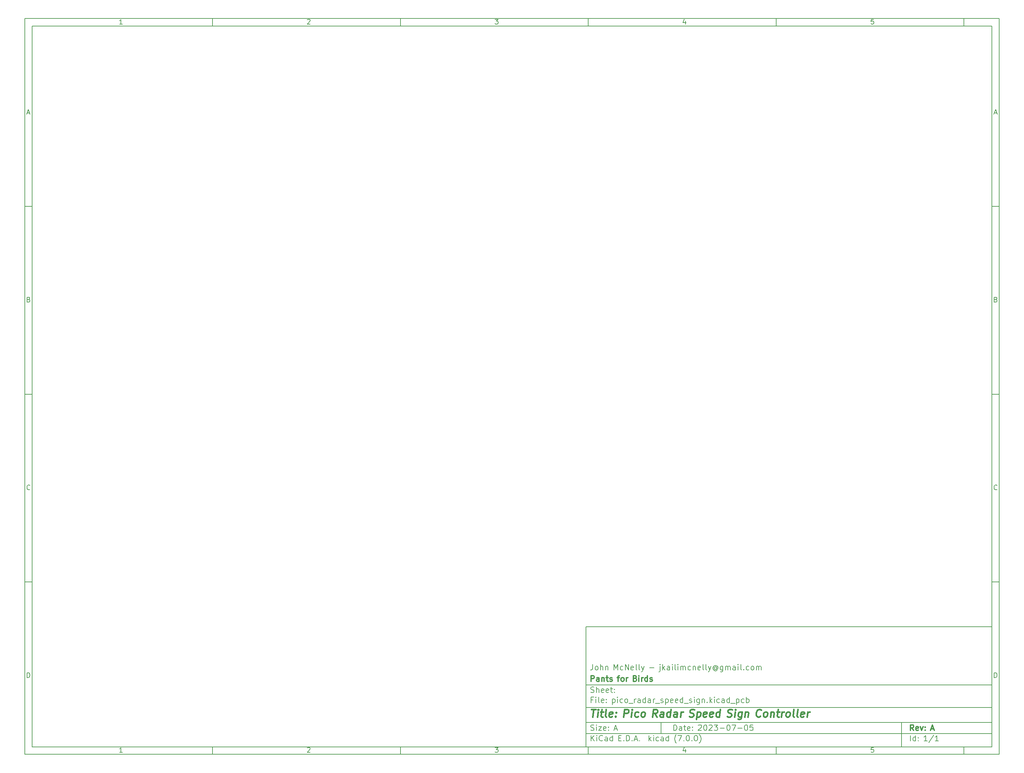
<source format=gbr>
%TF.GenerationSoftware,KiCad,Pcbnew,(7.0.0)*%
%TF.CreationDate,2023-07-05T22:29:38-07:00*%
%TF.ProjectId,pico_radar_speed_sign,7069636f-5f72-4616-9461-725f73706565,A*%
%TF.SameCoordinates,Original*%
%TF.FileFunction,Paste,Bot*%
%TF.FilePolarity,Positive*%
%FSLAX46Y46*%
G04 Gerber Fmt 4.6, Leading zero omitted, Abs format (unit mm)*
G04 Created by KiCad (PCBNEW (7.0.0)) date 2023-07-05 22:29:38*
%MOMM*%
%LPD*%
G01*
G04 APERTURE LIST*
%ADD10C,0.100000*%
%ADD11C,0.150000*%
%ADD12C,0.300000*%
%ADD13C,0.400000*%
G04 APERTURE END LIST*
D10*
D11*
X159400000Y-171900000D02*
X267400000Y-171900000D01*
X267400000Y-203900000D01*
X159400000Y-203900000D01*
X159400000Y-171900000D01*
D10*
D11*
X10000000Y-10000000D02*
X269400000Y-10000000D01*
X269400000Y-205900000D01*
X10000000Y-205900000D01*
X10000000Y-10000000D01*
D10*
D11*
X12000000Y-12000000D02*
X267400000Y-12000000D01*
X267400000Y-203900000D01*
X12000000Y-203900000D01*
X12000000Y-12000000D01*
D10*
D11*
X60000000Y-12000000D02*
X60000000Y-10000000D01*
D10*
D11*
X110000000Y-12000000D02*
X110000000Y-10000000D01*
D10*
D11*
X160000000Y-12000000D02*
X160000000Y-10000000D01*
D10*
D11*
X210000000Y-12000000D02*
X210000000Y-10000000D01*
D10*
D11*
X260000000Y-12000000D02*
X260000000Y-10000000D01*
D10*
D11*
X35990476Y-11477595D02*
X35247619Y-11477595D01*
X35619047Y-11477595D02*
X35619047Y-10177595D01*
X35619047Y-10177595D02*
X35495238Y-10363309D01*
X35495238Y-10363309D02*
X35371428Y-10487119D01*
X35371428Y-10487119D02*
X35247619Y-10549023D01*
D10*
D11*
X85247619Y-10301404D02*
X85309523Y-10239500D01*
X85309523Y-10239500D02*
X85433333Y-10177595D01*
X85433333Y-10177595D02*
X85742857Y-10177595D01*
X85742857Y-10177595D02*
X85866666Y-10239500D01*
X85866666Y-10239500D02*
X85928571Y-10301404D01*
X85928571Y-10301404D02*
X85990476Y-10425214D01*
X85990476Y-10425214D02*
X85990476Y-10549023D01*
X85990476Y-10549023D02*
X85928571Y-10734738D01*
X85928571Y-10734738D02*
X85185714Y-11477595D01*
X85185714Y-11477595D02*
X85990476Y-11477595D01*
D10*
D11*
X135185714Y-10177595D02*
X135990476Y-10177595D01*
X135990476Y-10177595D02*
X135557142Y-10672833D01*
X135557142Y-10672833D02*
X135742857Y-10672833D01*
X135742857Y-10672833D02*
X135866666Y-10734738D01*
X135866666Y-10734738D02*
X135928571Y-10796642D01*
X135928571Y-10796642D02*
X135990476Y-10920452D01*
X135990476Y-10920452D02*
X135990476Y-11229976D01*
X135990476Y-11229976D02*
X135928571Y-11353785D01*
X135928571Y-11353785D02*
X135866666Y-11415690D01*
X135866666Y-11415690D02*
X135742857Y-11477595D01*
X135742857Y-11477595D02*
X135371428Y-11477595D01*
X135371428Y-11477595D02*
X135247619Y-11415690D01*
X135247619Y-11415690D02*
X135185714Y-11353785D01*
D10*
D11*
X185866666Y-10610928D02*
X185866666Y-11477595D01*
X185557142Y-10115690D02*
X185247619Y-11044261D01*
X185247619Y-11044261D02*
X186052380Y-11044261D01*
D10*
D11*
X235928571Y-10177595D02*
X235309523Y-10177595D01*
X235309523Y-10177595D02*
X235247619Y-10796642D01*
X235247619Y-10796642D02*
X235309523Y-10734738D01*
X235309523Y-10734738D02*
X235433333Y-10672833D01*
X235433333Y-10672833D02*
X235742857Y-10672833D01*
X235742857Y-10672833D02*
X235866666Y-10734738D01*
X235866666Y-10734738D02*
X235928571Y-10796642D01*
X235928571Y-10796642D02*
X235990476Y-10920452D01*
X235990476Y-10920452D02*
X235990476Y-11229976D01*
X235990476Y-11229976D02*
X235928571Y-11353785D01*
X235928571Y-11353785D02*
X235866666Y-11415690D01*
X235866666Y-11415690D02*
X235742857Y-11477595D01*
X235742857Y-11477595D02*
X235433333Y-11477595D01*
X235433333Y-11477595D02*
X235309523Y-11415690D01*
X235309523Y-11415690D02*
X235247619Y-11353785D01*
D10*
D11*
X60000000Y-203900000D02*
X60000000Y-205900000D01*
D10*
D11*
X110000000Y-203900000D02*
X110000000Y-205900000D01*
D10*
D11*
X160000000Y-203900000D02*
X160000000Y-205900000D01*
D10*
D11*
X210000000Y-203900000D02*
X210000000Y-205900000D01*
D10*
D11*
X260000000Y-203900000D02*
X260000000Y-205900000D01*
D10*
D11*
X35990476Y-205377595D02*
X35247619Y-205377595D01*
X35619047Y-205377595D02*
X35619047Y-204077595D01*
X35619047Y-204077595D02*
X35495238Y-204263309D01*
X35495238Y-204263309D02*
X35371428Y-204387119D01*
X35371428Y-204387119D02*
X35247619Y-204449023D01*
D10*
D11*
X85247619Y-204201404D02*
X85309523Y-204139500D01*
X85309523Y-204139500D02*
X85433333Y-204077595D01*
X85433333Y-204077595D02*
X85742857Y-204077595D01*
X85742857Y-204077595D02*
X85866666Y-204139500D01*
X85866666Y-204139500D02*
X85928571Y-204201404D01*
X85928571Y-204201404D02*
X85990476Y-204325214D01*
X85990476Y-204325214D02*
X85990476Y-204449023D01*
X85990476Y-204449023D02*
X85928571Y-204634738D01*
X85928571Y-204634738D02*
X85185714Y-205377595D01*
X85185714Y-205377595D02*
X85990476Y-205377595D01*
D10*
D11*
X135185714Y-204077595D02*
X135990476Y-204077595D01*
X135990476Y-204077595D02*
X135557142Y-204572833D01*
X135557142Y-204572833D02*
X135742857Y-204572833D01*
X135742857Y-204572833D02*
X135866666Y-204634738D01*
X135866666Y-204634738D02*
X135928571Y-204696642D01*
X135928571Y-204696642D02*
X135990476Y-204820452D01*
X135990476Y-204820452D02*
X135990476Y-205129976D01*
X135990476Y-205129976D02*
X135928571Y-205253785D01*
X135928571Y-205253785D02*
X135866666Y-205315690D01*
X135866666Y-205315690D02*
X135742857Y-205377595D01*
X135742857Y-205377595D02*
X135371428Y-205377595D01*
X135371428Y-205377595D02*
X135247619Y-205315690D01*
X135247619Y-205315690D02*
X135185714Y-205253785D01*
D10*
D11*
X185866666Y-204510928D02*
X185866666Y-205377595D01*
X185557142Y-204015690D02*
X185247619Y-204944261D01*
X185247619Y-204944261D02*
X186052380Y-204944261D01*
D10*
D11*
X235928571Y-204077595D02*
X235309523Y-204077595D01*
X235309523Y-204077595D02*
X235247619Y-204696642D01*
X235247619Y-204696642D02*
X235309523Y-204634738D01*
X235309523Y-204634738D02*
X235433333Y-204572833D01*
X235433333Y-204572833D02*
X235742857Y-204572833D01*
X235742857Y-204572833D02*
X235866666Y-204634738D01*
X235866666Y-204634738D02*
X235928571Y-204696642D01*
X235928571Y-204696642D02*
X235990476Y-204820452D01*
X235990476Y-204820452D02*
X235990476Y-205129976D01*
X235990476Y-205129976D02*
X235928571Y-205253785D01*
X235928571Y-205253785D02*
X235866666Y-205315690D01*
X235866666Y-205315690D02*
X235742857Y-205377595D01*
X235742857Y-205377595D02*
X235433333Y-205377595D01*
X235433333Y-205377595D02*
X235309523Y-205315690D01*
X235309523Y-205315690D02*
X235247619Y-205253785D01*
D10*
D11*
X10000000Y-60000000D02*
X12000000Y-60000000D01*
D10*
D11*
X10000000Y-110000000D02*
X12000000Y-110000000D01*
D10*
D11*
X10000000Y-160000000D02*
X12000000Y-160000000D01*
D10*
D11*
X10690476Y-35106166D02*
X11309523Y-35106166D01*
X10566666Y-35477595D02*
X10999999Y-34177595D01*
X10999999Y-34177595D02*
X11433333Y-35477595D01*
D10*
D11*
X11092857Y-84796642D02*
X11278571Y-84858547D01*
X11278571Y-84858547D02*
X11340476Y-84920452D01*
X11340476Y-84920452D02*
X11402380Y-85044261D01*
X11402380Y-85044261D02*
X11402380Y-85229976D01*
X11402380Y-85229976D02*
X11340476Y-85353785D01*
X11340476Y-85353785D02*
X11278571Y-85415690D01*
X11278571Y-85415690D02*
X11154761Y-85477595D01*
X11154761Y-85477595D02*
X10659523Y-85477595D01*
X10659523Y-85477595D02*
X10659523Y-84177595D01*
X10659523Y-84177595D02*
X11092857Y-84177595D01*
X11092857Y-84177595D02*
X11216666Y-84239500D01*
X11216666Y-84239500D02*
X11278571Y-84301404D01*
X11278571Y-84301404D02*
X11340476Y-84425214D01*
X11340476Y-84425214D02*
X11340476Y-84549023D01*
X11340476Y-84549023D02*
X11278571Y-84672833D01*
X11278571Y-84672833D02*
X11216666Y-84734738D01*
X11216666Y-84734738D02*
X11092857Y-84796642D01*
X11092857Y-84796642D02*
X10659523Y-84796642D01*
D10*
D11*
X11402380Y-135353785D02*
X11340476Y-135415690D01*
X11340476Y-135415690D02*
X11154761Y-135477595D01*
X11154761Y-135477595D02*
X11030952Y-135477595D01*
X11030952Y-135477595D02*
X10845238Y-135415690D01*
X10845238Y-135415690D02*
X10721428Y-135291880D01*
X10721428Y-135291880D02*
X10659523Y-135168071D01*
X10659523Y-135168071D02*
X10597619Y-134920452D01*
X10597619Y-134920452D02*
X10597619Y-134734738D01*
X10597619Y-134734738D02*
X10659523Y-134487119D01*
X10659523Y-134487119D02*
X10721428Y-134363309D01*
X10721428Y-134363309D02*
X10845238Y-134239500D01*
X10845238Y-134239500D02*
X11030952Y-134177595D01*
X11030952Y-134177595D02*
X11154761Y-134177595D01*
X11154761Y-134177595D02*
X11340476Y-134239500D01*
X11340476Y-134239500D02*
X11402380Y-134301404D01*
D10*
D11*
X10659523Y-185477595D02*
X10659523Y-184177595D01*
X10659523Y-184177595D02*
X10969047Y-184177595D01*
X10969047Y-184177595D02*
X11154761Y-184239500D01*
X11154761Y-184239500D02*
X11278571Y-184363309D01*
X11278571Y-184363309D02*
X11340476Y-184487119D01*
X11340476Y-184487119D02*
X11402380Y-184734738D01*
X11402380Y-184734738D02*
X11402380Y-184920452D01*
X11402380Y-184920452D02*
X11340476Y-185168071D01*
X11340476Y-185168071D02*
X11278571Y-185291880D01*
X11278571Y-185291880D02*
X11154761Y-185415690D01*
X11154761Y-185415690D02*
X10969047Y-185477595D01*
X10969047Y-185477595D02*
X10659523Y-185477595D01*
D10*
D11*
X269400000Y-60000000D02*
X267400000Y-60000000D01*
D10*
D11*
X269400000Y-110000000D02*
X267400000Y-110000000D01*
D10*
D11*
X269400000Y-160000000D02*
X267400000Y-160000000D01*
D10*
D11*
X268090476Y-35106166D02*
X268709523Y-35106166D01*
X267966666Y-35477595D02*
X268399999Y-34177595D01*
X268399999Y-34177595D02*
X268833333Y-35477595D01*
D10*
D11*
X268492857Y-84796642D02*
X268678571Y-84858547D01*
X268678571Y-84858547D02*
X268740476Y-84920452D01*
X268740476Y-84920452D02*
X268802380Y-85044261D01*
X268802380Y-85044261D02*
X268802380Y-85229976D01*
X268802380Y-85229976D02*
X268740476Y-85353785D01*
X268740476Y-85353785D02*
X268678571Y-85415690D01*
X268678571Y-85415690D02*
X268554761Y-85477595D01*
X268554761Y-85477595D02*
X268059523Y-85477595D01*
X268059523Y-85477595D02*
X268059523Y-84177595D01*
X268059523Y-84177595D02*
X268492857Y-84177595D01*
X268492857Y-84177595D02*
X268616666Y-84239500D01*
X268616666Y-84239500D02*
X268678571Y-84301404D01*
X268678571Y-84301404D02*
X268740476Y-84425214D01*
X268740476Y-84425214D02*
X268740476Y-84549023D01*
X268740476Y-84549023D02*
X268678571Y-84672833D01*
X268678571Y-84672833D02*
X268616666Y-84734738D01*
X268616666Y-84734738D02*
X268492857Y-84796642D01*
X268492857Y-84796642D02*
X268059523Y-84796642D01*
D10*
D11*
X268802380Y-135353785D02*
X268740476Y-135415690D01*
X268740476Y-135415690D02*
X268554761Y-135477595D01*
X268554761Y-135477595D02*
X268430952Y-135477595D01*
X268430952Y-135477595D02*
X268245238Y-135415690D01*
X268245238Y-135415690D02*
X268121428Y-135291880D01*
X268121428Y-135291880D02*
X268059523Y-135168071D01*
X268059523Y-135168071D02*
X267997619Y-134920452D01*
X267997619Y-134920452D02*
X267997619Y-134734738D01*
X267997619Y-134734738D02*
X268059523Y-134487119D01*
X268059523Y-134487119D02*
X268121428Y-134363309D01*
X268121428Y-134363309D02*
X268245238Y-134239500D01*
X268245238Y-134239500D02*
X268430952Y-134177595D01*
X268430952Y-134177595D02*
X268554761Y-134177595D01*
X268554761Y-134177595D02*
X268740476Y-134239500D01*
X268740476Y-134239500D02*
X268802380Y-134301404D01*
D10*
D11*
X268059523Y-185477595D02*
X268059523Y-184177595D01*
X268059523Y-184177595D02*
X268369047Y-184177595D01*
X268369047Y-184177595D02*
X268554761Y-184239500D01*
X268554761Y-184239500D02*
X268678571Y-184363309D01*
X268678571Y-184363309D02*
X268740476Y-184487119D01*
X268740476Y-184487119D02*
X268802380Y-184734738D01*
X268802380Y-184734738D02*
X268802380Y-184920452D01*
X268802380Y-184920452D02*
X268740476Y-185168071D01*
X268740476Y-185168071D02*
X268678571Y-185291880D01*
X268678571Y-185291880D02*
X268554761Y-185415690D01*
X268554761Y-185415690D02*
X268369047Y-185477595D01*
X268369047Y-185477595D02*
X268059523Y-185477595D01*
D10*
D11*
X182757142Y-199551071D02*
X182757142Y-198051071D01*
X182757142Y-198051071D02*
X183114285Y-198051071D01*
X183114285Y-198051071D02*
X183328571Y-198122500D01*
X183328571Y-198122500D02*
X183471428Y-198265357D01*
X183471428Y-198265357D02*
X183542857Y-198408214D01*
X183542857Y-198408214D02*
X183614285Y-198693928D01*
X183614285Y-198693928D02*
X183614285Y-198908214D01*
X183614285Y-198908214D02*
X183542857Y-199193928D01*
X183542857Y-199193928D02*
X183471428Y-199336785D01*
X183471428Y-199336785D02*
X183328571Y-199479642D01*
X183328571Y-199479642D02*
X183114285Y-199551071D01*
X183114285Y-199551071D02*
X182757142Y-199551071D01*
X184900000Y-199551071D02*
X184900000Y-198765357D01*
X184900000Y-198765357D02*
X184828571Y-198622500D01*
X184828571Y-198622500D02*
X184685714Y-198551071D01*
X184685714Y-198551071D02*
X184400000Y-198551071D01*
X184400000Y-198551071D02*
X184257142Y-198622500D01*
X184900000Y-199479642D02*
X184757142Y-199551071D01*
X184757142Y-199551071D02*
X184400000Y-199551071D01*
X184400000Y-199551071D02*
X184257142Y-199479642D01*
X184257142Y-199479642D02*
X184185714Y-199336785D01*
X184185714Y-199336785D02*
X184185714Y-199193928D01*
X184185714Y-199193928D02*
X184257142Y-199051071D01*
X184257142Y-199051071D02*
X184400000Y-198979642D01*
X184400000Y-198979642D02*
X184757142Y-198979642D01*
X184757142Y-198979642D02*
X184900000Y-198908214D01*
X185400000Y-198551071D02*
X185971428Y-198551071D01*
X185614285Y-198051071D02*
X185614285Y-199336785D01*
X185614285Y-199336785D02*
X185685714Y-199479642D01*
X185685714Y-199479642D02*
X185828571Y-199551071D01*
X185828571Y-199551071D02*
X185971428Y-199551071D01*
X187042857Y-199479642D02*
X186900000Y-199551071D01*
X186900000Y-199551071D02*
X186614286Y-199551071D01*
X186614286Y-199551071D02*
X186471428Y-199479642D01*
X186471428Y-199479642D02*
X186400000Y-199336785D01*
X186400000Y-199336785D02*
X186400000Y-198765357D01*
X186400000Y-198765357D02*
X186471428Y-198622500D01*
X186471428Y-198622500D02*
X186614286Y-198551071D01*
X186614286Y-198551071D02*
X186900000Y-198551071D01*
X186900000Y-198551071D02*
X187042857Y-198622500D01*
X187042857Y-198622500D02*
X187114286Y-198765357D01*
X187114286Y-198765357D02*
X187114286Y-198908214D01*
X187114286Y-198908214D02*
X186400000Y-199051071D01*
X187757142Y-199408214D02*
X187828571Y-199479642D01*
X187828571Y-199479642D02*
X187757142Y-199551071D01*
X187757142Y-199551071D02*
X187685714Y-199479642D01*
X187685714Y-199479642D02*
X187757142Y-199408214D01*
X187757142Y-199408214D02*
X187757142Y-199551071D01*
X187757142Y-198622500D02*
X187828571Y-198693928D01*
X187828571Y-198693928D02*
X187757142Y-198765357D01*
X187757142Y-198765357D02*
X187685714Y-198693928D01*
X187685714Y-198693928D02*
X187757142Y-198622500D01*
X187757142Y-198622500D02*
X187757142Y-198765357D01*
X189300000Y-198193928D02*
X189371428Y-198122500D01*
X189371428Y-198122500D02*
X189514286Y-198051071D01*
X189514286Y-198051071D02*
X189871428Y-198051071D01*
X189871428Y-198051071D02*
X190014286Y-198122500D01*
X190014286Y-198122500D02*
X190085714Y-198193928D01*
X190085714Y-198193928D02*
X190157143Y-198336785D01*
X190157143Y-198336785D02*
X190157143Y-198479642D01*
X190157143Y-198479642D02*
X190085714Y-198693928D01*
X190085714Y-198693928D02*
X189228571Y-199551071D01*
X189228571Y-199551071D02*
X190157143Y-199551071D01*
X191085714Y-198051071D02*
X191228571Y-198051071D01*
X191228571Y-198051071D02*
X191371428Y-198122500D01*
X191371428Y-198122500D02*
X191442857Y-198193928D01*
X191442857Y-198193928D02*
X191514285Y-198336785D01*
X191514285Y-198336785D02*
X191585714Y-198622500D01*
X191585714Y-198622500D02*
X191585714Y-198979642D01*
X191585714Y-198979642D02*
X191514285Y-199265357D01*
X191514285Y-199265357D02*
X191442857Y-199408214D01*
X191442857Y-199408214D02*
X191371428Y-199479642D01*
X191371428Y-199479642D02*
X191228571Y-199551071D01*
X191228571Y-199551071D02*
X191085714Y-199551071D01*
X191085714Y-199551071D02*
X190942857Y-199479642D01*
X190942857Y-199479642D02*
X190871428Y-199408214D01*
X190871428Y-199408214D02*
X190799999Y-199265357D01*
X190799999Y-199265357D02*
X190728571Y-198979642D01*
X190728571Y-198979642D02*
X190728571Y-198622500D01*
X190728571Y-198622500D02*
X190799999Y-198336785D01*
X190799999Y-198336785D02*
X190871428Y-198193928D01*
X190871428Y-198193928D02*
X190942857Y-198122500D01*
X190942857Y-198122500D02*
X191085714Y-198051071D01*
X192157142Y-198193928D02*
X192228570Y-198122500D01*
X192228570Y-198122500D02*
X192371428Y-198051071D01*
X192371428Y-198051071D02*
X192728570Y-198051071D01*
X192728570Y-198051071D02*
X192871428Y-198122500D01*
X192871428Y-198122500D02*
X192942856Y-198193928D01*
X192942856Y-198193928D02*
X193014285Y-198336785D01*
X193014285Y-198336785D02*
X193014285Y-198479642D01*
X193014285Y-198479642D02*
X192942856Y-198693928D01*
X192942856Y-198693928D02*
X192085713Y-199551071D01*
X192085713Y-199551071D02*
X193014285Y-199551071D01*
X193514284Y-198051071D02*
X194442856Y-198051071D01*
X194442856Y-198051071D02*
X193942856Y-198622500D01*
X193942856Y-198622500D02*
X194157141Y-198622500D01*
X194157141Y-198622500D02*
X194299999Y-198693928D01*
X194299999Y-198693928D02*
X194371427Y-198765357D01*
X194371427Y-198765357D02*
X194442856Y-198908214D01*
X194442856Y-198908214D02*
X194442856Y-199265357D01*
X194442856Y-199265357D02*
X194371427Y-199408214D01*
X194371427Y-199408214D02*
X194299999Y-199479642D01*
X194299999Y-199479642D02*
X194157141Y-199551071D01*
X194157141Y-199551071D02*
X193728570Y-199551071D01*
X193728570Y-199551071D02*
X193585713Y-199479642D01*
X193585713Y-199479642D02*
X193514284Y-199408214D01*
X195085712Y-198979642D02*
X196228570Y-198979642D01*
X197228570Y-198051071D02*
X197371427Y-198051071D01*
X197371427Y-198051071D02*
X197514284Y-198122500D01*
X197514284Y-198122500D02*
X197585713Y-198193928D01*
X197585713Y-198193928D02*
X197657141Y-198336785D01*
X197657141Y-198336785D02*
X197728570Y-198622500D01*
X197728570Y-198622500D02*
X197728570Y-198979642D01*
X197728570Y-198979642D02*
X197657141Y-199265357D01*
X197657141Y-199265357D02*
X197585713Y-199408214D01*
X197585713Y-199408214D02*
X197514284Y-199479642D01*
X197514284Y-199479642D02*
X197371427Y-199551071D01*
X197371427Y-199551071D02*
X197228570Y-199551071D01*
X197228570Y-199551071D02*
X197085713Y-199479642D01*
X197085713Y-199479642D02*
X197014284Y-199408214D01*
X197014284Y-199408214D02*
X196942855Y-199265357D01*
X196942855Y-199265357D02*
X196871427Y-198979642D01*
X196871427Y-198979642D02*
X196871427Y-198622500D01*
X196871427Y-198622500D02*
X196942855Y-198336785D01*
X196942855Y-198336785D02*
X197014284Y-198193928D01*
X197014284Y-198193928D02*
X197085713Y-198122500D01*
X197085713Y-198122500D02*
X197228570Y-198051071D01*
X198228569Y-198051071D02*
X199228569Y-198051071D01*
X199228569Y-198051071D02*
X198585712Y-199551071D01*
X199799997Y-198979642D02*
X200942855Y-198979642D01*
X201942855Y-198051071D02*
X202085712Y-198051071D01*
X202085712Y-198051071D02*
X202228569Y-198122500D01*
X202228569Y-198122500D02*
X202299998Y-198193928D01*
X202299998Y-198193928D02*
X202371426Y-198336785D01*
X202371426Y-198336785D02*
X202442855Y-198622500D01*
X202442855Y-198622500D02*
X202442855Y-198979642D01*
X202442855Y-198979642D02*
X202371426Y-199265357D01*
X202371426Y-199265357D02*
X202299998Y-199408214D01*
X202299998Y-199408214D02*
X202228569Y-199479642D01*
X202228569Y-199479642D02*
X202085712Y-199551071D01*
X202085712Y-199551071D02*
X201942855Y-199551071D01*
X201942855Y-199551071D02*
X201799998Y-199479642D01*
X201799998Y-199479642D02*
X201728569Y-199408214D01*
X201728569Y-199408214D02*
X201657140Y-199265357D01*
X201657140Y-199265357D02*
X201585712Y-198979642D01*
X201585712Y-198979642D02*
X201585712Y-198622500D01*
X201585712Y-198622500D02*
X201657140Y-198336785D01*
X201657140Y-198336785D02*
X201728569Y-198193928D01*
X201728569Y-198193928D02*
X201799998Y-198122500D01*
X201799998Y-198122500D02*
X201942855Y-198051071D01*
X203799997Y-198051071D02*
X203085711Y-198051071D01*
X203085711Y-198051071D02*
X203014283Y-198765357D01*
X203014283Y-198765357D02*
X203085711Y-198693928D01*
X203085711Y-198693928D02*
X203228569Y-198622500D01*
X203228569Y-198622500D02*
X203585711Y-198622500D01*
X203585711Y-198622500D02*
X203728569Y-198693928D01*
X203728569Y-198693928D02*
X203799997Y-198765357D01*
X203799997Y-198765357D02*
X203871426Y-198908214D01*
X203871426Y-198908214D02*
X203871426Y-199265357D01*
X203871426Y-199265357D02*
X203799997Y-199408214D01*
X203799997Y-199408214D02*
X203728569Y-199479642D01*
X203728569Y-199479642D02*
X203585711Y-199551071D01*
X203585711Y-199551071D02*
X203228569Y-199551071D01*
X203228569Y-199551071D02*
X203085711Y-199479642D01*
X203085711Y-199479642D02*
X203014283Y-199408214D01*
D10*
D11*
X159400000Y-200400000D02*
X267400000Y-200400000D01*
D10*
D11*
X160757142Y-202351071D02*
X160757142Y-200851071D01*
X161614285Y-202351071D02*
X160971428Y-201493928D01*
X161614285Y-200851071D02*
X160757142Y-201708214D01*
X162257142Y-202351071D02*
X162257142Y-201351071D01*
X162257142Y-200851071D02*
X162185714Y-200922500D01*
X162185714Y-200922500D02*
X162257142Y-200993928D01*
X162257142Y-200993928D02*
X162328571Y-200922500D01*
X162328571Y-200922500D02*
X162257142Y-200851071D01*
X162257142Y-200851071D02*
X162257142Y-200993928D01*
X163828571Y-202208214D02*
X163757143Y-202279642D01*
X163757143Y-202279642D02*
X163542857Y-202351071D01*
X163542857Y-202351071D02*
X163400000Y-202351071D01*
X163400000Y-202351071D02*
X163185714Y-202279642D01*
X163185714Y-202279642D02*
X163042857Y-202136785D01*
X163042857Y-202136785D02*
X162971428Y-201993928D01*
X162971428Y-201993928D02*
X162900000Y-201708214D01*
X162900000Y-201708214D02*
X162900000Y-201493928D01*
X162900000Y-201493928D02*
X162971428Y-201208214D01*
X162971428Y-201208214D02*
X163042857Y-201065357D01*
X163042857Y-201065357D02*
X163185714Y-200922500D01*
X163185714Y-200922500D02*
X163400000Y-200851071D01*
X163400000Y-200851071D02*
X163542857Y-200851071D01*
X163542857Y-200851071D02*
X163757143Y-200922500D01*
X163757143Y-200922500D02*
X163828571Y-200993928D01*
X165114286Y-202351071D02*
X165114286Y-201565357D01*
X165114286Y-201565357D02*
X165042857Y-201422500D01*
X165042857Y-201422500D02*
X164900000Y-201351071D01*
X164900000Y-201351071D02*
X164614286Y-201351071D01*
X164614286Y-201351071D02*
X164471428Y-201422500D01*
X165114286Y-202279642D02*
X164971428Y-202351071D01*
X164971428Y-202351071D02*
X164614286Y-202351071D01*
X164614286Y-202351071D02*
X164471428Y-202279642D01*
X164471428Y-202279642D02*
X164400000Y-202136785D01*
X164400000Y-202136785D02*
X164400000Y-201993928D01*
X164400000Y-201993928D02*
X164471428Y-201851071D01*
X164471428Y-201851071D02*
X164614286Y-201779642D01*
X164614286Y-201779642D02*
X164971428Y-201779642D01*
X164971428Y-201779642D02*
X165114286Y-201708214D01*
X166471429Y-202351071D02*
X166471429Y-200851071D01*
X166471429Y-202279642D02*
X166328571Y-202351071D01*
X166328571Y-202351071D02*
X166042857Y-202351071D01*
X166042857Y-202351071D02*
X165900000Y-202279642D01*
X165900000Y-202279642D02*
X165828571Y-202208214D01*
X165828571Y-202208214D02*
X165757143Y-202065357D01*
X165757143Y-202065357D02*
X165757143Y-201636785D01*
X165757143Y-201636785D02*
X165828571Y-201493928D01*
X165828571Y-201493928D02*
X165900000Y-201422500D01*
X165900000Y-201422500D02*
X166042857Y-201351071D01*
X166042857Y-201351071D02*
X166328571Y-201351071D01*
X166328571Y-201351071D02*
X166471429Y-201422500D01*
X168085714Y-201565357D02*
X168585714Y-201565357D01*
X168800000Y-202351071D02*
X168085714Y-202351071D01*
X168085714Y-202351071D02*
X168085714Y-200851071D01*
X168085714Y-200851071D02*
X168800000Y-200851071D01*
X169442857Y-202208214D02*
X169514286Y-202279642D01*
X169514286Y-202279642D02*
X169442857Y-202351071D01*
X169442857Y-202351071D02*
X169371429Y-202279642D01*
X169371429Y-202279642D02*
X169442857Y-202208214D01*
X169442857Y-202208214D02*
X169442857Y-202351071D01*
X170157143Y-202351071D02*
X170157143Y-200851071D01*
X170157143Y-200851071D02*
X170514286Y-200851071D01*
X170514286Y-200851071D02*
X170728572Y-200922500D01*
X170728572Y-200922500D02*
X170871429Y-201065357D01*
X170871429Y-201065357D02*
X170942858Y-201208214D01*
X170942858Y-201208214D02*
X171014286Y-201493928D01*
X171014286Y-201493928D02*
X171014286Y-201708214D01*
X171014286Y-201708214D02*
X170942858Y-201993928D01*
X170942858Y-201993928D02*
X170871429Y-202136785D01*
X170871429Y-202136785D02*
X170728572Y-202279642D01*
X170728572Y-202279642D02*
X170514286Y-202351071D01*
X170514286Y-202351071D02*
X170157143Y-202351071D01*
X171657143Y-202208214D02*
X171728572Y-202279642D01*
X171728572Y-202279642D02*
X171657143Y-202351071D01*
X171657143Y-202351071D02*
X171585715Y-202279642D01*
X171585715Y-202279642D02*
X171657143Y-202208214D01*
X171657143Y-202208214D02*
X171657143Y-202351071D01*
X172300001Y-201922500D02*
X173014287Y-201922500D01*
X172157144Y-202351071D02*
X172657144Y-200851071D01*
X172657144Y-200851071D02*
X173157144Y-202351071D01*
X173657143Y-202208214D02*
X173728572Y-202279642D01*
X173728572Y-202279642D02*
X173657143Y-202351071D01*
X173657143Y-202351071D02*
X173585715Y-202279642D01*
X173585715Y-202279642D02*
X173657143Y-202208214D01*
X173657143Y-202208214D02*
X173657143Y-202351071D01*
X176171429Y-202351071D02*
X176171429Y-200851071D01*
X176314287Y-201779642D02*
X176742858Y-202351071D01*
X176742858Y-201351071D02*
X176171429Y-201922500D01*
X177385715Y-202351071D02*
X177385715Y-201351071D01*
X177385715Y-200851071D02*
X177314287Y-200922500D01*
X177314287Y-200922500D02*
X177385715Y-200993928D01*
X177385715Y-200993928D02*
X177457144Y-200922500D01*
X177457144Y-200922500D02*
X177385715Y-200851071D01*
X177385715Y-200851071D02*
X177385715Y-200993928D01*
X178742859Y-202279642D02*
X178600001Y-202351071D01*
X178600001Y-202351071D02*
X178314287Y-202351071D01*
X178314287Y-202351071D02*
X178171430Y-202279642D01*
X178171430Y-202279642D02*
X178100001Y-202208214D01*
X178100001Y-202208214D02*
X178028573Y-202065357D01*
X178028573Y-202065357D02*
X178028573Y-201636785D01*
X178028573Y-201636785D02*
X178100001Y-201493928D01*
X178100001Y-201493928D02*
X178171430Y-201422500D01*
X178171430Y-201422500D02*
X178314287Y-201351071D01*
X178314287Y-201351071D02*
X178600001Y-201351071D01*
X178600001Y-201351071D02*
X178742859Y-201422500D01*
X180028573Y-202351071D02*
X180028573Y-201565357D01*
X180028573Y-201565357D02*
X179957144Y-201422500D01*
X179957144Y-201422500D02*
X179814287Y-201351071D01*
X179814287Y-201351071D02*
X179528573Y-201351071D01*
X179528573Y-201351071D02*
X179385715Y-201422500D01*
X180028573Y-202279642D02*
X179885715Y-202351071D01*
X179885715Y-202351071D02*
X179528573Y-202351071D01*
X179528573Y-202351071D02*
X179385715Y-202279642D01*
X179385715Y-202279642D02*
X179314287Y-202136785D01*
X179314287Y-202136785D02*
X179314287Y-201993928D01*
X179314287Y-201993928D02*
X179385715Y-201851071D01*
X179385715Y-201851071D02*
X179528573Y-201779642D01*
X179528573Y-201779642D02*
X179885715Y-201779642D01*
X179885715Y-201779642D02*
X180028573Y-201708214D01*
X181385716Y-202351071D02*
X181385716Y-200851071D01*
X181385716Y-202279642D02*
X181242858Y-202351071D01*
X181242858Y-202351071D02*
X180957144Y-202351071D01*
X180957144Y-202351071D02*
X180814287Y-202279642D01*
X180814287Y-202279642D02*
X180742858Y-202208214D01*
X180742858Y-202208214D02*
X180671430Y-202065357D01*
X180671430Y-202065357D02*
X180671430Y-201636785D01*
X180671430Y-201636785D02*
X180742858Y-201493928D01*
X180742858Y-201493928D02*
X180814287Y-201422500D01*
X180814287Y-201422500D02*
X180957144Y-201351071D01*
X180957144Y-201351071D02*
X181242858Y-201351071D01*
X181242858Y-201351071D02*
X181385716Y-201422500D01*
X183428573Y-202922500D02*
X183357144Y-202851071D01*
X183357144Y-202851071D02*
X183214287Y-202636785D01*
X183214287Y-202636785D02*
X183142859Y-202493928D01*
X183142859Y-202493928D02*
X183071430Y-202279642D01*
X183071430Y-202279642D02*
X183000001Y-201922500D01*
X183000001Y-201922500D02*
X183000001Y-201636785D01*
X183000001Y-201636785D02*
X183071430Y-201279642D01*
X183071430Y-201279642D02*
X183142859Y-201065357D01*
X183142859Y-201065357D02*
X183214287Y-200922500D01*
X183214287Y-200922500D02*
X183357144Y-200708214D01*
X183357144Y-200708214D02*
X183428573Y-200636785D01*
X183857144Y-200851071D02*
X184857144Y-200851071D01*
X184857144Y-200851071D02*
X184214287Y-202351071D01*
X185428572Y-202208214D02*
X185500001Y-202279642D01*
X185500001Y-202279642D02*
X185428572Y-202351071D01*
X185428572Y-202351071D02*
X185357144Y-202279642D01*
X185357144Y-202279642D02*
X185428572Y-202208214D01*
X185428572Y-202208214D02*
X185428572Y-202351071D01*
X186428573Y-200851071D02*
X186571430Y-200851071D01*
X186571430Y-200851071D02*
X186714287Y-200922500D01*
X186714287Y-200922500D02*
X186785716Y-200993928D01*
X186785716Y-200993928D02*
X186857144Y-201136785D01*
X186857144Y-201136785D02*
X186928573Y-201422500D01*
X186928573Y-201422500D02*
X186928573Y-201779642D01*
X186928573Y-201779642D02*
X186857144Y-202065357D01*
X186857144Y-202065357D02*
X186785716Y-202208214D01*
X186785716Y-202208214D02*
X186714287Y-202279642D01*
X186714287Y-202279642D02*
X186571430Y-202351071D01*
X186571430Y-202351071D02*
X186428573Y-202351071D01*
X186428573Y-202351071D02*
X186285716Y-202279642D01*
X186285716Y-202279642D02*
X186214287Y-202208214D01*
X186214287Y-202208214D02*
X186142858Y-202065357D01*
X186142858Y-202065357D02*
X186071430Y-201779642D01*
X186071430Y-201779642D02*
X186071430Y-201422500D01*
X186071430Y-201422500D02*
X186142858Y-201136785D01*
X186142858Y-201136785D02*
X186214287Y-200993928D01*
X186214287Y-200993928D02*
X186285716Y-200922500D01*
X186285716Y-200922500D02*
X186428573Y-200851071D01*
X187571429Y-202208214D02*
X187642858Y-202279642D01*
X187642858Y-202279642D02*
X187571429Y-202351071D01*
X187571429Y-202351071D02*
X187500001Y-202279642D01*
X187500001Y-202279642D02*
X187571429Y-202208214D01*
X187571429Y-202208214D02*
X187571429Y-202351071D01*
X188571430Y-200851071D02*
X188714287Y-200851071D01*
X188714287Y-200851071D02*
X188857144Y-200922500D01*
X188857144Y-200922500D02*
X188928573Y-200993928D01*
X188928573Y-200993928D02*
X189000001Y-201136785D01*
X189000001Y-201136785D02*
X189071430Y-201422500D01*
X189071430Y-201422500D02*
X189071430Y-201779642D01*
X189071430Y-201779642D02*
X189000001Y-202065357D01*
X189000001Y-202065357D02*
X188928573Y-202208214D01*
X188928573Y-202208214D02*
X188857144Y-202279642D01*
X188857144Y-202279642D02*
X188714287Y-202351071D01*
X188714287Y-202351071D02*
X188571430Y-202351071D01*
X188571430Y-202351071D02*
X188428573Y-202279642D01*
X188428573Y-202279642D02*
X188357144Y-202208214D01*
X188357144Y-202208214D02*
X188285715Y-202065357D01*
X188285715Y-202065357D02*
X188214287Y-201779642D01*
X188214287Y-201779642D02*
X188214287Y-201422500D01*
X188214287Y-201422500D02*
X188285715Y-201136785D01*
X188285715Y-201136785D02*
X188357144Y-200993928D01*
X188357144Y-200993928D02*
X188428573Y-200922500D01*
X188428573Y-200922500D02*
X188571430Y-200851071D01*
X189571429Y-202922500D02*
X189642858Y-202851071D01*
X189642858Y-202851071D02*
X189785715Y-202636785D01*
X189785715Y-202636785D02*
X189857144Y-202493928D01*
X189857144Y-202493928D02*
X189928572Y-202279642D01*
X189928572Y-202279642D02*
X190000001Y-201922500D01*
X190000001Y-201922500D02*
X190000001Y-201636785D01*
X190000001Y-201636785D02*
X189928572Y-201279642D01*
X189928572Y-201279642D02*
X189857144Y-201065357D01*
X189857144Y-201065357D02*
X189785715Y-200922500D01*
X189785715Y-200922500D02*
X189642858Y-200708214D01*
X189642858Y-200708214D02*
X189571429Y-200636785D01*
D10*
D11*
X159400000Y-197400000D02*
X267400000Y-197400000D01*
D10*
D12*
X246614285Y-199551071D02*
X246114285Y-198836785D01*
X245757142Y-199551071D02*
X245757142Y-198051071D01*
X245757142Y-198051071D02*
X246328571Y-198051071D01*
X246328571Y-198051071D02*
X246471428Y-198122500D01*
X246471428Y-198122500D02*
X246542857Y-198193928D01*
X246542857Y-198193928D02*
X246614285Y-198336785D01*
X246614285Y-198336785D02*
X246614285Y-198551071D01*
X246614285Y-198551071D02*
X246542857Y-198693928D01*
X246542857Y-198693928D02*
X246471428Y-198765357D01*
X246471428Y-198765357D02*
X246328571Y-198836785D01*
X246328571Y-198836785D02*
X245757142Y-198836785D01*
X247828571Y-199479642D02*
X247685714Y-199551071D01*
X247685714Y-199551071D02*
X247400000Y-199551071D01*
X247400000Y-199551071D02*
X247257142Y-199479642D01*
X247257142Y-199479642D02*
X247185714Y-199336785D01*
X247185714Y-199336785D02*
X247185714Y-198765357D01*
X247185714Y-198765357D02*
X247257142Y-198622500D01*
X247257142Y-198622500D02*
X247400000Y-198551071D01*
X247400000Y-198551071D02*
X247685714Y-198551071D01*
X247685714Y-198551071D02*
X247828571Y-198622500D01*
X247828571Y-198622500D02*
X247900000Y-198765357D01*
X247900000Y-198765357D02*
X247900000Y-198908214D01*
X247900000Y-198908214D02*
X247185714Y-199051071D01*
X248399999Y-198551071D02*
X248757142Y-199551071D01*
X248757142Y-199551071D02*
X249114285Y-198551071D01*
X249685713Y-199408214D02*
X249757142Y-199479642D01*
X249757142Y-199479642D02*
X249685713Y-199551071D01*
X249685713Y-199551071D02*
X249614285Y-199479642D01*
X249614285Y-199479642D02*
X249685713Y-199408214D01*
X249685713Y-199408214D02*
X249685713Y-199551071D01*
X249685713Y-198622500D02*
X249757142Y-198693928D01*
X249757142Y-198693928D02*
X249685713Y-198765357D01*
X249685713Y-198765357D02*
X249614285Y-198693928D01*
X249614285Y-198693928D02*
X249685713Y-198622500D01*
X249685713Y-198622500D02*
X249685713Y-198765357D01*
X251228571Y-199122500D02*
X251942857Y-199122500D01*
X251085714Y-199551071D02*
X251585714Y-198051071D01*
X251585714Y-198051071D02*
X252085714Y-199551071D01*
D10*
D11*
X160685714Y-199479642D02*
X160900000Y-199551071D01*
X160900000Y-199551071D02*
X161257142Y-199551071D01*
X161257142Y-199551071D02*
X161400000Y-199479642D01*
X161400000Y-199479642D02*
X161471428Y-199408214D01*
X161471428Y-199408214D02*
X161542857Y-199265357D01*
X161542857Y-199265357D02*
X161542857Y-199122500D01*
X161542857Y-199122500D02*
X161471428Y-198979642D01*
X161471428Y-198979642D02*
X161400000Y-198908214D01*
X161400000Y-198908214D02*
X161257142Y-198836785D01*
X161257142Y-198836785D02*
X160971428Y-198765357D01*
X160971428Y-198765357D02*
X160828571Y-198693928D01*
X160828571Y-198693928D02*
X160757142Y-198622500D01*
X160757142Y-198622500D02*
X160685714Y-198479642D01*
X160685714Y-198479642D02*
X160685714Y-198336785D01*
X160685714Y-198336785D02*
X160757142Y-198193928D01*
X160757142Y-198193928D02*
X160828571Y-198122500D01*
X160828571Y-198122500D02*
X160971428Y-198051071D01*
X160971428Y-198051071D02*
X161328571Y-198051071D01*
X161328571Y-198051071D02*
X161542857Y-198122500D01*
X162185713Y-199551071D02*
X162185713Y-198551071D01*
X162185713Y-198051071D02*
X162114285Y-198122500D01*
X162114285Y-198122500D02*
X162185713Y-198193928D01*
X162185713Y-198193928D02*
X162257142Y-198122500D01*
X162257142Y-198122500D02*
X162185713Y-198051071D01*
X162185713Y-198051071D02*
X162185713Y-198193928D01*
X162757142Y-198551071D02*
X163542857Y-198551071D01*
X163542857Y-198551071D02*
X162757142Y-199551071D01*
X162757142Y-199551071D02*
X163542857Y-199551071D01*
X164685714Y-199479642D02*
X164542857Y-199551071D01*
X164542857Y-199551071D02*
X164257143Y-199551071D01*
X164257143Y-199551071D02*
X164114285Y-199479642D01*
X164114285Y-199479642D02*
X164042857Y-199336785D01*
X164042857Y-199336785D02*
X164042857Y-198765357D01*
X164042857Y-198765357D02*
X164114285Y-198622500D01*
X164114285Y-198622500D02*
X164257143Y-198551071D01*
X164257143Y-198551071D02*
X164542857Y-198551071D01*
X164542857Y-198551071D02*
X164685714Y-198622500D01*
X164685714Y-198622500D02*
X164757143Y-198765357D01*
X164757143Y-198765357D02*
X164757143Y-198908214D01*
X164757143Y-198908214D02*
X164042857Y-199051071D01*
X165399999Y-199408214D02*
X165471428Y-199479642D01*
X165471428Y-199479642D02*
X165399999Y-199551071D01*
X165399999Y-199551071D02*
X165328571Y-199479642D01*
X165328571Y-199479642D02*
X165399999Y-199408214D01*
X165399999Y-199408214D02*
X165399999Y-199551071D01*
X165399999Y-198622500D02*
X165471428Y-198693928D01*
X165471428Y-198693928D02*
X165399999Y-198765357D01*
X165399999Y-198765357D02*
X165328571Y-198693928D01*
X165328571Y-198693928D02*
X165399999Y-198622500D01*
X165399999Y-198622500D02*
X165399999Y-198765357D01*
X166942857Y-199122500D02*
X167657143Y-199122500D01*
X166800000Y-199551071D02*
X167300000Y-198051071D01*
X167300000Y-198051071D02*
X167800000Y-199551071D01*
D10*
D11*
X245757142Y-202351071D02*
X245757142Y-200851071D01*
X247114286Y-202351071D02*
X247114286Y-200851071D01*
X247114286Y-202279642D02*
X246971428Y-202351071D01*
X246971428Y-202351071D02*
X246685714Y-202351071D01*
X246685714Y-202351071D02*
X246542857Y-202279642D01*
X246542857Y-202279642D02*
X246471428Y-202208214D01*
X246471428Y-202208214D02*
X246400000Y-202065357D01*
X246400000Y-202065357D02*
X246400000Y-201636785D01*
X246400000Y-201636785D02*
X246471428Y-201493928D01*
X246471428Y-201493928D02*
X246542857Y-201422500D01*
X246542857Y-201422500D02*
X246685714Y-201351071D01*
X246685714Y-201351071D02*
X246971428Y-201351071D01*
X246971428Y-201351071D02*
X247114286Y-201422500D01*
X247828571Y-202208214D02*
X247900000Y-202279642D01*
X247900000Y-202279642D02*
X247828571Y-202351071D01*
X247828571Y-202351071D02*
X247757143Y-202279642D01*
X247757143Y-202279642D02*
X247828571Y-202208214D01*
X247828571Y-202208214D02*
X247828571Y-202351071D01*
X247828571Y-201422500D02*
X247900000Y-201493928D01*
X247900000Y-201493928D02*
X247828571Y-201565357D01*
X247828571Y-201565357D02*
X247757143Y-201493928D01*
X247757143Y-201493928D02*
X247828571Y-201422500D01*
X247828571Y-201422500D02*
X247828571Y-201565357D01*
X250228572Y-202351071D02*
X249371429Y-202351071D01*
X249800000Y-202351071D02*
X249800000Y-200851071D01*
X249800000Y-200851071D02*
X249657143Y-201065357D01*
X249657143Y-201065357D02*
X249514286Y-201208214D01*
X249514286Y-201208214D02*
X249371429Y-201279642D01*
X251942857Y-200779642D02*
X250657143Y-202708214D01*
X253228572Y-202351071D02*
X252371429Y-202351071D01*
X252800000Y-202351071D02*
X252800000Y-200851071D01*
X252800000Y-200851071D02*
X252657143Y-201065357D01*
X252657143Y-201065357D02*
X252514286Y-201208214D01*
X252514286Y-201208214D02*
X252371429Y-201279642D01*
D10*
D11*
X159400000Y-193400000D02*
X267400000Y-193400000D01*
D10*
D13*
X160852380Y-193934761D02*
X161995238Y-193934761D01*
X161173809Y-195934761D02*
X161423809Y-193934761D01*
X162411905Y-195934761D02*
X162578571Y-194601428D01*
X162661905Y-193934761D02*
X162554762Y-194030000D01*
X162554762Y-194030000D02*
X162638095Y-194125238D01*
X162638095Y-194125238D02*
X162745238Y-194030000D01*
X162745238Y-194030000D02*
X162661905Y-193934761D01*
X162661905Y-193934761D02*
X162638095Y-194125238D01*
X163245238Y-194601428D02*
X164007143Y-194601428D01*
X163614286Y-193934761D02*
X163400000Y-195649047D01*
X163400000Y-195649047D02*
X163471429Y-195839523D01*
X163471429Y-195839523D02*
X163650000Y-195934761D01*
X163650000Y-195934761D02*
X163840476Y-195934761D01*
X164792857Y-195934761D02*
X164614286Y-195839523D01*
X164614286Y-195839523D02*
X164542857Y-195649047D01*
X164542857Y-195649047D02*
X164757143Y-193934761D01*
X166328571Y-195839523D02*
X166126190Y-195934761D01*
X166126190Y-195934761D02*
X165745238Y-195934761D01*
X165745238Y-195934761D02*
X165566667Y-195839523D01*
X165566667Y-195839523D02*
X165495238Y-195649047D01*
X165495238Y-195649047D02*
X165590476Y-194887142D01*
X165590476Y-194887142D02*
X165709524Y-194696666D01*
X165709524Y-194696666D02*
X165911905Y-194601428D01*
X165911905Y-194601428D02*
X166292857Y-194601428D01*
X166292857Y-194601428D02*
X166471428Y-194696666D01*
X166471428Y-194696666D02*
X166542857Y-194887142D01*
X166542857Y-194887142D02*
X166519047Y-195077619D01*
X166519047Y-195077619D02*
X165542857Y-195268095D01*
X167292857Y-195744285D02*
X167376191Y-195839523D01*
X167376191Y-195839523D02*
X167269048Y-195934761D01*
X167269048Y-195934761D02*
X167185714Y-195839523D01*
X167185714Y-195839523D02*
X167292857Y-195744285D01*
X167292857Y-195744285D02*
X167269048Y-195934761D01*
X167423810Y-194696666D02*
X167507143Y-194791904D01*
X167507143Y-194791904D02*
X167400000Y-194887142D01*
X167400000Y-194887142D02*
X167316667Y-194791904D01*
X167316667Y-194791904D02*
X167423810Y-194696666D01*
X167423810Y-194696666D02*
X167400000Y-194887142D01*
X169421429Y-195934761D02*
X169671429Y-193934761D01*
X169671429Y-193934761D02*
X170433334Y-193934761D01*
X170433334Y-193934761D02*
X170611905Y-194030000D01*
X170611905Y-194030000D02*
X170695238Y-194125238D01*
X170695238Y-194125238D02*
X170766667Y-194315714D01*
X170766667Y-194315714D02*
X170730953Y-194601428D01*
X170730953Y-194601428D02*
X170611905Y-194791904D01*
X170611905Y-194791904D02*
X170504762Y-194887142D01*
X170504762Y-194887142D02*
X170302381Y-194982380D01*
X170302381Y-194982380D02*
X169540476Y-194982380D01*
X171421429Y-195934761D02*
X171588095Y-194601428D01*
X171671429Y-193934761D02*
X171564286Y-194030000D01*
X171564286Y-194030000D02*
X171647619Y-194125238D01*
X171647619Y-194125238D02*
X171754762Y-194030000D01*
X171754762Y-194030000D02*
X171671429Y-193934761D01*
X171671429Y-193934761D02*
X171647619Y-194125238D01*
X173242857Y-195839523D02*
X173040476Y-195934761D01*
X173040476Y-195934761D02*
X172659524Y-195934761D01*
X172659524Y-195934761D02*
X172480953Y-195839523D01*
X172480953Y-195839523D02*
X172397619Y-195744285D01*
X172397619Y-195744285D02*
X172326191Y-195553809D01*
X172326191Y-195553809D02*
X172397619Y-194982380D01*
X172397619Y-194982380D02*
X172516667Y-194791904D01*
X172516667Y-194791904D02*
X172623810Y-194696666D01*
X172623810Y-194696666D02*
X172826191Y-194601428D01*
X172826191Y-194601428D02*
X173207143Y-194601428D01*
X173207143Y-194601428D02*
X173385715Y-194696666D01*
X174373810Y-195934761D02*
X174195239Y-195839523D01*
X174195239Y-195839523D02*
X174111905Y-195744285D01*
X174111905Y-195744285D02*
X174040477Y-195553809D01*
X174040477Y-195553809D02*
X174111905Y-194982380D01*
X174111905Y-194982380D02*
X174230953Y-194791904D01*
X174230953Y-194791904D02*
X174338096Y-194696666D01*
X174338096Y-194696666D02*
X174540477Y-194601428D01*
X174540477Y-194601428D02*
X174826191Y-194601428D01*
X174826191Y-194601428D02*
X175004762Y-194696666D01*
X175004762Y-194696666D02*
X175088096Y-194791904D01*
X175088096Y-194791904D02*
X175159524Y-194982380D01*
X175159524Y-194982380D02*
X175088096Y-195553809D01*
X175088096Y-195553809D02*
X174969048Y-195744285D01*
X174969048Y-195744285D02*
X174861905Y-195839523D01*
X174861905Y-195839523D02*
X174659524Y-195934761D01*
X174659524Y-195934761D02*
X174373810Y-195934761D01*
X178240477Y-195934761D02*
X177692858Y-194982380D01*
X177097620Y-195934761D02*
X177347620Y-193934761D01*
X177347620Y-193934761D02*
X178109525Y-193934761D01*
X178109525Y-193934761D02*
X178288096Y-194030000D01*
X178288096Y-194030000D02*
X178371429Y-194125238D01*
X178371429Y-194125238D02*
X178442858Y-194315714D01*
X178442858Y-194315714D02*
X178407144Y-194601428D01*
X178407144Y-194601428D02*
X178288096Y-194791904D01*
X178288096Y-194791904D02*
X178180953Y-194887142D01*
X178180953Y-194887142D02*
X177978572Y-194982380D01*
X177978572Y-194982380D02*
X177216667Y-194982380D01*
X179954763Y-195934761D02*
X180085715Y-194887142D01*
X180085715Y-194887142D02*
X180014286Y-194696666D01*
X180014286Y-194696666D02*
X179835715Y-194601428D01*
X179835715Y-194601428D02*
X179454763Y-194601428D01*
X179454763Y-194601428D02*
X179252382Y-194696666D01*
X179966667Y-195839523D02*
X179764286Y-195934761D01*
X179764286Y-195934761D02*
X179288096Y-195934761D01*
X179288096Y-195934761D02*
X179109525Y-195839523D01*
X179109525Y-195839523D02*
X179038096Y-195649047D01*
X179038096Y-195649047D02*
X179061905Y-195458571D01*
X179061905Y-195458571D02*
X179180953Y-195268095D01*
X179180953Y-195268095D02*
X179383334Y-195172857D01*
X179383334Y-195172857D02*
X179859525Y-195172857D01*
X179859525Y-195172857D02*
X180061905Y-195077619D01*
X181764287Y-195934761D02*
X182014287Y-193934761D01*
X181776191Y-195839523D02*
X181573810Y-195934761D01*
X181573810Y-195934761D02*
X181192858Y-195934761D01*
X181192858Y-195934761D02*
X181014287Y-195839523D01*
X181014287Y-195839523D02*
X180930953Y-195744285D01*
X180930953Y-195744285D02*
X180859525Y-195553809D01*
X180859525Y-195553809D02*
X180930953Y-194982380D01*
X180930953Y-194982380D02*
X181050001Y-194791904D01*
X181050001Y-194791904D02*
X181157144Y-194696666D01*
X181157144Y-194696666D02*
X181359525Y-194601428D01*
X181359525Y-194601428D02*
X181740477Y-194601428D01*
X181740477Y-194601428D02*
X181919049Y-194696666D01*
X183573811Y-195934761D02*
X183704763Y-194887142D01*
X183704763Y-194887142D02*
X183633334Y-194696666D01*
X183633334Y-194696666D02*
X183454763Y-194601428D01*
X183454763Y-194601428D02*
X183073811Y-194601428D01*
X183073811Y-194601428D02*
X182871430Y-194696666D01*
X183585715Y-195839523D02*
X183383334Y-195934761D01*
X183383334Y-195934761D02*
X182907144Y-195934761D01*
X182907144Y-195934761D02*
X182728573Y-195839523D01*
X182728573Y-195839523D02*
X182657144Y-195649047D01*
X182657144Y-195649047D02*
X182680953Y-195458571D01*
X182680953Y-195458571D02*
X182800001Y-195268095D01*
X182800001Y-195268095D02*
X183002382Y-195172857D01*
X183002382Y-195172857D02*
X183478573Y-195172857D01*
X183478573Y-195172857D02*
X183680953Y-195077619D01*
X184526192Y-195934761D02*
X184692858Y-194601428D01*
X184645239Y-194982380D02*
X184764287Y-194791904D01*
X184764287Y-194791904D02*
X184871430Y-194696666D01*
X184871430Y-194696666D02*
X185073811Y-194601428D01*
X185073811Y-194601428D02*
X185264287Y-194601428D01*
X186880953Y-195839523D02*
X187154763Y-195934761D01*
X187154763Y-195934761D02*
X187630953Y-195934761D01*
X187630953Y-195934761D02*
X187833334Y-195839523D01*
X187833334Y-195839523D02*
X187940477Y-195744285D01*
X187940477Y-195744285D02*
X188059525Y-195553809D01*
X188059525Y-195553809D02*
X188083334Y-195363333D01*
X188083334Y-195363333D02*
X188011906Y-195172857D01*
X188011906Y-195172857D02*
X187928572Y-195077619D01*
X187928572Y-195077619D02*
X187750001Y-194982380D01*
X187750001Y-194982380D02*
X187380953Y-194887142D01*
X187380953Y-194887142D02*
X187202382Y-194791904D01*
X187202382Y-194791904D02*
X187119049Y-194696666D01*
X187119049Y-194696666D02*
X187047620Y-194506190D01*
X187047620Y-194506190D02*
X187071430Y-194315714D01*
X187071430Y-194315714D02*
X187190477Y-194125238D01*
X187190477Y-194125238D02*
X187297620Y-194030000D01*
X187297620Y-194030000D02*
X187500001Y-193934761D01*
X187500001Y-193934761D02*
X187976192Y-193934761D01*
X187976192Y-193934761D02*
X188250001Y-194030000D01*
X189035715Y-194601428D02*
X188785715Y-196601428D01*
X189023811Y-194696666D02*
X189226192Y-194601428D01*
X189226192Y-194601428D02*
X189607144Y-194601428D01*
X189607144Y-194601428D02*
X189785715Y-194696666D01*
X189785715Y-194696666D02*
X189869049Y-194791904D01*
X189869049Y-194791904D02*
X189940477Y-194982380D01*
X189940477Y-194982380D02*
X189869049Y-195553809D01*
X189869049Y-195553809D02*
X189750001Y-195744285D01*
X189750001Y-195744285D02*
X189642858Y-195839523D01*
X189642858Y-195839523D02*
X189440477Y-195934761D01*
X189440477Y-195934761D02*
X189059525Y-195934761D01*
X189059525Y-195934761D02*
X188880954Y-195839523D01*
X191380953Y-195839523D02*
X191178572Y-195934761D01*
X191178572Y-195934761D02*
X190797620Y-195934761D01*
X190797620Y-195934761D02*
X190619049Y-195839523D01*
X190619049Y-195839523D02*
X190547620Y-195649047D01*
X190547620Y-195649047D02*
X190642858Y-194887142D01*
X190642858Y-194887142D02*
X190761906Y-194696666D01*
X190761906Y-194696666D02*
X190964287Y-194601428D01*
X190964287Y-194601428D02*
X191345239Y-194601428D01*
X191345239Y-194601428D02*
X191523810Y-194696666D01*
X191523810Y-194696666D02*
X191595239Y-194887142D01*
X191595239Y-194887142D02*
X191571429Y-195077619D01*
X191571429Y-195077619D02*
X190595239Y-195268095D01*
X193095239Y-195839523D02*
X192892858Y-195934761D01*
X192892858Y-195934761D02*
X192511906Y-195934761D01*
X192511906Y-195934761D02*
X192333335Y-195839523D01*
X192333335Y-195839523D02*
X192261906Y-195649047D01*
X192261906Y-195649047D02*
X192357144Y-194887142D01*
X192357144Y-194887142D02*
X192476192Y-194696666D01*
X192476192Y-194696666D02*
X192678573Y-194601428D01*
X192678573Y-194601428D02*
X193059525Y-194601428D01*
X193059525Y-194601428D02*
X193238096Y-194696666D01*
X193238096Y-194696666D02*
X193309525Y-194887142D01*
X193309525Y-194887142D02*
X193285715Y-195077619D01*
X193285715Y-195077619D02*
X192309525Y-195268095D01*
X194892859Y-195934761D02*
X195142859Y-193934761D01*
X194904763Y-195839523D02*
X194702382Y-195934761D01*
X194702382Y-195934761D02*
X194321430Y-195934761D01*
X194321430Y-195934761D02*
X194142859Y-195839523D01*
X194142859Y-195839523D02*
X194059525Y-195744285D01*
X194059525Y-195744285D02*
X193988097Y-195553809D01*
X193988097Y-195553809D02*
X194059525Y-194982380D01*
X194059525Y-194982380D02*
X194178573Y-194791904D01*
X194178573Y-194791904D02*
X194285716Y-194696666D01*
X194285716Y-194696666D02*
X194488097Y-194601428D01*
X194488097Y-194601428D02*
X194869049Y-194601428D01*
X194869049Y-194601428D02*
X195047621Y-194696666D01*
X196961906Y-195839523D02*
X197235716Y-195934761D01*
X197235716Y-195934761D02*
X197711906Y-195934761D01*
X197711906Y-195934761D02*
X197914287Y-195839523D01*
X197914287Y-195839523D02*
X198021430Y-195744285D01*
X198021430Y-195744285D02*
X198140478Y-195553809D01*
X198140478Y-195553809D02*
X198164287Y-195363333D01*
X198164287Y-195363333D02*
X198092859Y-195172857D01*
X198092859Y-195172857D02*
X198009525Y-195077619D01*
X198009525Y-195077619D02*
X197830954Y-194982380D01*
X197830954Y-194982380D02*
X197461906Y-194887142D01*
X197461906Y-194887142D02*
X197283335Y-194791904D01*
X197283335Y-194791904D02*
X197200002Y-194696666D01*
X197200002Y-194696666D02*
X197128573Y-194506190D01*
X197128573Y-194506190D02*
X197152383Y-194315714D01*
X197152383Y-194315714D02*
X197271430Y-194125238D01*
X197271430Y-194125238D02*
X197378573Y-194030000D01*
X197378573Y-194030000D02*
X197580954Y-193934761D01*
X197580954Y-193934761D02*
X198057145Y-193934761D01*
X198057145Y-193934761D02*
X198330954Y-194030000D01*
X198950002Y-195934761D02*
X199116668Y-194601428D01*
X199200002Y-193934761D02*
X199092859Y-194030000D01*
X199092859Y-194030000D02*
X199176192Y-194125238D01*
X199176192Y-194125238D02*
X199283335Y-194030000D01*
X199283335Y-194030000D02*
X199200002Y-193934761D01*
X199200002Y-193934761D02*
X199176192Y-194125238D01*
X200926192Y-194601428D02*
X200723811Y-196220476D01*
X200723811Y-196220476D02*
X200604764Y-196410952D01*
X200604764Y-196410952D02*
X200497621Y-196506190D01*
X200497621Y-196506190D02*
X200295240Y-196601428D01*
X200295240Y-196601428D02*
X200009526Y-196601428D01*
X200009526Y-196601428D02*
X199830954Y-196506190D01*
X200771430Y-195839523D02*
X200569049Y-195934761D01*
X200569049Y-195934761D02*
X200188097Y-195934761D01*
X200188097Y-195934761D02*
X200009526Y-195839523D01*
X200009526Y-195839523D02*
X199926192Y-195744285D01*
X199926192Y-195744285D02*
X199854764Y-195553809D01*
X199854764Y-195553809D02*
X199926192Y-194982380D01*
X199926192Y-194982380D02*
X200045240Y-194791904D01*
X200045240Y-194791904D02*
X200152383Y-194696666D01*
X200152383Y-194696666D02*
X200354764Y-194601428D01*
X200354764Y-194601428D02*
X200735716Y-194601428D01*
X200735716Y-194601428D02*
X200914288Y-194696666D01*
X201807144Y-194601428D02*
X201640478Y-195934761D01*
X201783335Y-194791904D02*
X201890478Y-194696666D01*
X201890478Y-194696666D02*
X202092859Y-194601428D01*
X202092859Y-194601428D02*
X202378573Y-194601428D01*
X202378573Y-194601428D02*
X202557144Y-194696666D01*
X202557144Y-194696666D02*
X202628573Y-194887142D01*
X202628573Y-194887142D02*
X202497621Y-195934761D01*
X205816668Y-195744285D02*
X205709526Y-195839523D01*
X205709526Y-195839523D02*
X205411907Y-195934761D01*
X205411907Y-195934761D02*
X205221430Y-195934761D01*
X205221430Y-195934761D02*
X204947621Y-195839523D01*
X204947621Y-195839523D02*
X204780954Y-195649047D01*
X204780954Y-195649047D02*
X204709526Y-195458571D01*
X204709526Y-195458571D02*
X204661907Y-195077619D01*
X204661907Y-195077619D02*
X204697621Y-194791904D01*
X204697621Y-194791904D02*
X204840478Y-194410952D01*
X204840478Y-194410952D02*
X204959526Y-194220476D01*
X204959526Y-194220476D02*
X205173811Y-194030000D01*
X205173811Y-194030000D02*
X205471430Y-193934761D01*
X205471430Y-193934761D02*
X205661907Y-193934761D01*
X205661907Y-193934761D02*
X205935716Y-194030000D01*
X205935716Y-194030000D02*
X206019049Y-194125238D01*
X206935716Y-195934761D02*
X206757145Y-195839523D01*
X206757145Y-195839523D02*
X206673811Y-195744285D01*
X206673811Y-195744285D02*
X206602383Y-195553809D01*
X206602383Y-195553809D02*
X206673811Y-194982380D01*
X206673811Y-194982380D02*
X206792859Y-194791904D01*
X206792859Y-194791904D02*
X206900002Y-194696666D01*
X206900002Y-194696666D02*
X207102383Y-194601428D01*
X207102383Y-194601428D02*
X207388097Y-194601428D01*
X207388097Y-194601428D02*
X207566668Y-194696666D01*
X207566668Y-194696666D02*
X207650002Y-194791904D01*
X207650002Y-194791904D02*
X207721430Y-194982380D01*
X207721430Y-194982380D02*
X207650002Y-195553809D01*
X207650002Y-195553809D02*
X207530954Y-195744285D01*
X207530954Y-195744285D02*
X207423811Y-195839523D01*
X207423811Y-195839523D02*
X207221430Y-195934761D01*
X207221430Y-195934761D02*
X206935716Y-195934761D01*
X208626192Y-194601428D02*
X208459526Y-195934761D01*
X208602383Y-194791904D02*
X208709526Y-194696666D01*
X208709526Y-194696666D02*
X208911907Y-194601428D01*
X208911907Y-194601428D02*
X209197621Y-194601428D01*
X209197621Y-194601428D02*
X209376192Y-194696666D01*
X209376192Y-194696666D02*
X209447621Y-194887142D01*
X209447621Y-194887142D02*
X209316669Y-195934761D01*
X210150002Y-194601428D02*
X210911907Y-194601428D01*
X210519050Y-193934761D02*
X210304764Y-195649047D01*
X210304764Y-195649047D02*
X210376193Y-195839523D01*
X210376193Y-195839523D02*
X210554764Y-195934761D01*
X210554764Y-195934761D02*
X210745240Y-195934761D01*
X211411907Y-195934761D02*
X211578573Y-194601428D01*
X211530954Y-194982380D02*
X211650002Y-194791904D01*
X211650002Y-194791904D02*
X211757145Y-194696666D01*
X211757145Y-194696666D02*
X211959526Y-194601428D01*
X211959526Y-194601428D02*
X212150002Y-194601428D01*
X212935716Y-195934761D02*
X212757145Y-195839523D01*
X212757145Y-195839523D02*
X212673811Y-195744285D01*
X212673811Y-195744285D02*
X212602383Y-195553809D01*
X212602383Y-195553809D02*
X212673811Y-194982380D01*
X212673811Y-194982380D02*
X212792859Y-194791904D01*
X212792859Y-194791904D02*
X212900002Y-194696666D01*
X212900002Y-194696666D02*
X213102383Y-194601428D01*
X213102383Y-194601428D02*
X213388097Y-194601428D01*
X213388097Y-194601428D02*
X213566668Y-194696666D01*
X213566668Y-194696666D02*
X213650002Y-194791904D01*
X213650002Y-194791904D02*
X213721430Y-194982380D01*
X213721430Y-194982380D02*
X213650002Y-195553809D01*
X213650002Y-195553809D02*
X213530954Y-195744285D01*
X213530954Y-195744285D02*
X213423811Y-195839523D01*
X213423811Y-195839523D02*
X213221430Y-195934761D01*
X213221430Y-195934761D02*
X212935716Y-195934761D01*
X214745240Y-195934761D02*
X214566669Y-195839523D01*
X214566669Y-195839523D02*
X214495240Y-195649047D01*
X214495240Y-195649047D02*
X214709526Y-193934761D01*
X215792859Y-195934761D02*
X215614288Y-195839523D01*
X215614288Y-195839523D02*
X215542859Y-195649047D01*
X215542859Y-195649047D02*
X215757145Y-193934761D01*
X217328573Y-195839523D02*
X217126192Y-195934761D01*
X217126192Y-195934761D02*
X216745240Y-195934761D01*
X216745240Y-195934761D02*
X216566669Y-195839523D01*
X216566669Y-195839523D02*
X216495240Y-195649047D01*
X216495240Y-195649047D02*
X216590478Y-194887142D01*
X216590478Y-194887142D02*
X216709526Y-194696666D01*
X216709526Y-194696666D02*
X216911907Y-194601428D01*
X216911907Y-194601428D02*
X217292859Y-194601428D01*
X217292859Y-194601428D02*
X217471430Y-194696666D01*
X217471430Y-194696666D02*
X217542859Y-194887142D01*
X217542859Y-194887142D02*
X217519049Y-195077619D01*
X217519049Y-195077619D02*
X216542859Y-195268095D01*
X218269050Y-195934761D02*
X218435716Y-194601428D01*
X218388097Y-194982380D02*
X218507145Y-194791904D01*
X218507145Y-194791904D02*
X218614288Y-194696666D01*
X218614288Y-194696666D02*
X218816669Y-194601428D01*
X218816669Y-194601428D02*
X219007145Y-194601428D01*
D10*
D11*
X161257142Y-191365357D02*
X160757142Y-191365357D01*
X160757142Y-192151071D02*
X160757142Y-190651071D01*
X160757142Y-190651071D02*
X161471428Y-190651071D01*
X162042856Y-192151071D02*
X162042856Y-191151071D01*
X162042856Y-190651071D02*
X161971428Y-190722500D01*
X161971428Y-190722500D02*
X162042856Y-190793928D01*
X162042856Y-190793928D02*
X162114285Y-190722500D01*
X162114285Y-190722500D02*
X162042856Y-190651071D01*
X162042856Y-190651071D02*
X162042856Y-190793928D01*
X162971428Y-192151071D02*
X162828571Y-192079642D01*
X162828571Y-192079642D02*
X162757142Y-191936785D01*
X162757142Y-191936785D02*
X162757142Y-190651071D01*
X164114285Y-192079642D02*
X163971428Y-192151071D01*
X163971428Y-192151071D02*
X163685714Y-192151071D01*
X163685714Y-192151071D02*
X163542856Y-192079642D01*
X163542856Y-192079642D02*
X163471428Y-191936785D01*
X163471428Y-191936785D02*
X163471428Y-191365357D01*
X163471428Y-191365357D02*
X163542856Y-191222500D01*
X163542856Y-191222500D02*
X163685714Y-191151071D01*
X163685714Y-191151071D02*
X163971428Y-191151071D01*
X163971428Y-191151071D02*
X164114285Y-191222500D01*
X164114285Y-191222500D02*
X164185714Y-191365357D01*
X164185714Y-191365357D02*
X164185714Y-191508214D01*
X164185714Y-191508214D02*
X163471428Y-191651071D01*
X164828570Y-192008214D02*
X164899999Y-192079642D01*
X164899999Y-192079642D02*
X164828570Y-192151071D01*
X164828570Y-192151071D02*
X164757142Y-192079642D01*
X164757142Y-192079642D02*
X164828570Y-192008214D01*
X164828570Y-192008214D02*
X164828570Y-192151071D01*
X164828570Y-191222500D02*
X164899999Y-191293928D01*
X164899999Y-191293928D02*
X164828570Y-191365357D01*
X164828570Y-191365357D02*
X164757142Y-191293928D01*
X164757142Y-191293928D02*
X164828570Y-191222500D01*
X164828570Y-191222500D02*
X164828570Y-191365357D01*
X166442856Y-191151071D02*
X166442856Y-192651071D01*
X166442856Y-191222500D02*
X166585714Y-191151071D01*
X166585714Y-191151071D02*
X166871428Y-191151071D01*
X166871428Y-191151071D02*
X167014285Y-191222500D01*
X167014285Y-191222500D02*
X167085714Y-191293928D01*
X167085714Y-191293928D02*
X167157142Y-191436785D01*
X167157142Y-191436785D02*
X167157142Y-191865357D01*
X167157142Y-191865357D02*
X167085714Y-192008214D01*
X167085714Y-192008214D02*
X167014285Y-192079642D01*
X167014285Y-192079642D02*
X166871428Y-192151071D01*
X166871428Y-192151071D02*
X166585714Y-192151071D01*
X166585714Y-192151071D02*
X166442856Y-192079642D01*
X167799999Y-192151071D02*
X167799999Y-191151071D01*
X167799999Y-190651071D02*
X167728571Y-190722500D01*
X167728571Y-190722500D02*
X167799999Y-190793928D01*
X167799999Y-190793928D02*
X167871428Y-190722500D01*
X167871428Y-190722500D02*
X167799999Y-190651071D01*
X167799999Y-190651071D02*
X167799999Y-190793928D01*
X169157143Y-192079642D02*
X169014285Y-192151071D01*
X169014285Y-192151071D02*
X168728571Y-192151071D01*
X168728571Y-192151071D02*
X168585714Y-192079642D01*
X168585714Y-192079642D02*
X168514285Y-192008214D01*
X168514285Y-192008214D02*
X168442857Y-191865357D01*
X168442857Y-191865357D02*
X168442857Y-191436785D01*
X168442857Y-191436785D02*
X168514285Y-191293928D01*
X168514285Y-191293928D02*
X168585714Y-191222500D01*
X168585714Y-191222500D02*
X168728571Y-191151071D01*
X168728571Y-191151071D02*
X169014285Y-191151071D01*
X169014285Y-191151071D02*
X169157143Y-191222500D01*
X170014285Y-192151071D02*
X169871428Y-192079642D01*
X169871428Y-192079642D02*
X169799999Y-192008214D01*
X169799999Y-192008214D02*
X169728571Y-191865357D01*
X169728571Y-191865357D02*
X169728571Y-191436785D01*
X169728571Y-191436785D02*
X169799999Y-191293928D01*
X169799999Y-191293928D02*
X169871428Y-191222500D01*
X169871428Y-191222500D02*
X170014285Y-191151071D01*
X170014285Y-191151071D02*
X170228571Y-191151071D01*
X170228571Y-191151071D02*
X170371428Y-191222500D01*
X170371428Y-191222500D02*
X170442857Y-191293928D01*
X170442857Y-191293928D02*
X170514285Y-191436785D01*
X170514285Y-191436785D02*
X170514285Y-191865357D01*
X170514285Y-191865357D02*
X170442857Y-192008214D01*
X170442857Y-192008214D02*
X170371428Y-192079642D01*
X170371428Y-192079642D02*
X170228571Y-192151071D01*
X170228571Y-192151071D02*
X170014285Y-192151071D01*
X170800000Y-192293928D02*
X171942857Y-192293928D01*
X172299999Y-192151071D02*
X172299999Y-191151071D01*
X172299999Y-191436785D02*
X172371428Y-191293928D01*
X172371428Y-191293928D02*
X172442857Y-191222500D01*
X172442857Y-191222500D02*
X172585714Y-191151071D01*
X172585714Y-191151071D02*
X172728571Y-191151071D01*
X173871428Y-192151071D02*
X173871428Y-191365357D01*
X173871428Y-191365357D02*
X173799999Y-191222500D01*
X173799999Y-191222500D02*
X173657142Y-191151071D01*
X173657142Y-191151071D02*
X173371428Y-191151071D01*
X173371428Y-191151071D02*
X173228570Y-191222500D01*
X173871428Y-192079642D02*
X173728570Y-192151071D01*
X173728570Y-192151071D02*
X173371428Y-192151071D01*
X173371428Y-192151071D02*
X173228570Y-192079642D01*
X173228570Y-192079642D02*
X173157142Y-191936785D01*
X173157142Y-191936785D02*
X173157142Y-191793928D01*
X173157142Y-191793928D02*
X173228570Y-191651071D01*
X173228570Y-191651071D02*
X173371428Y-191579642D01*
X173371428Y-191579642D02*
X173728570Y-191579642D01*
X173728570Y-191579642D02*
X173871428Y-191508214D01*
X175228571Y-192151071D02*
X175228571Y-190651071D01*
X175228571Y-192079642D02*
X175085713Y-192151071D01*
X175085713Y-192151071D02*
X174799999Y-192151071D01*
X174799999Y-192151071D02*
X174657142Y-192079642D01*
X174657142Y-192079642D02*
X174585713Y-192008214D01*
X174585713Y-192008214D02*
X174514285Y-191865357D01*
X174514285Y-191865357D02*
X174514285Y-191436785D01*
X174514285Y-191436785D02*
X174585713Y-191293928D01*
X174585713Y-191293928D02*
X174657142Y-191222500D01*
X174657142Y-191222500D02*
X174799999Y-191151071D01*
X174799999Y-191151071D02*
X175085713Y-191151071D01*
X175085713Y-191151071D02*
X175228571Y-191222500D01*
X176585714Y-192151071D02*
X176585714Y-191365357D01*
X176585714Y-191365357D02*
X176514285Y-191222500D01*
X176514285Y-191222500D02*
X176371428Y-191151071D01*
X176371428Y-191151071D02*
X176085714Y-191151071D01*
X176085714Y-191151071D02*
X175942856Y-191222500D01*
X176585714Y-192079642D02*
X176442856Y-192151071D01*
X176442856Y-192151071D02*
X176085714Y-192151071D01*
X176085714Y-192151071D02*
X175942856Y-192079642D01*
X175942856Y-192079642D02*
X175871428Y-191936785D01*
X175871428Y-191936785D02*
X175871428Y-191793928D01*
X175871428Y-191793928D02*
X175942856Y-191651071D01*
X175942856Y-191651071D02*
X176085714Y-191579642D01*
X176085714Y-191579642D02*
X176442856Y-191579642D01*
X176442856Y-191579642D02*
X176585714Y-191508214D01*
X177299999Y-192151071D02*
X177299999Y-191151071D01*
X177299999Y-191436785D02*
X177371428Y-191293928D01*
X177371428Y-191293928D02*
X177442857Y-191222500D01*
X177442857Y-191222500D02*
X177585714Y-191151071D01*
X177585714Y-191151071D02*
X177728571Y-191151071D01*
X177871428Y-192293928D02*
X179014285Y-192293928D01*
X179299999Y-192079642D02*
X179442856Y-192151071D01*
X179442856Y-192151071D02*
X179728570Y-192151071D01*
X179728570Y-192151071D02*
X179871427Y-192079642D01*
X179871427Y-192079642D02*
X179942856Y-191936785D01*
X179942856Y-191936785D02*
X179942856Y-191865357D01*
X179942856Y-191865357D02*
X179871427Y-191722500D01*
X179871427Y-191722500D02*
X179728570Y-191651071D01*
X179728570Y-191651071D02*
X179514285Y-191651071D01*
X179514285Y-191651071D02*
X179371427Y-191579642D01*
X179371427Y-191579642D02*
X179299999Y-191436785D01*
X179299999Y-191436785D02*
X179299999Y-191365357D01*
X179299999Y-191365357D02*
X179371427Y-191222500D01*
X179371427Y-191222500D02*
X179514285Y-191151071D01*
X179514285Y-191151071D02*
X179728570Y-191151071D01*
X179728570Y-191151071D02*
X179871427Y-191222500D01*
X180585713Y-191151071D02*
X180585713Y-192651071D01*
X180585713Y-191222500D02*
X180728571Y-191151071D01*
X180728571Y-191151071D02*
X181014285Y-191151071D01*
X181014285Y-191151071D02*
X181157142Y-191222500D01*
X181157142Y-191222500D02*
X181228571Y-191293928D01*
X181228571Y-191293928D02*
X181299999Y-191436785D01*
X181299999Y-191436785D02*
X181299999Y-191865357D01*
X181299999Y-191865357D02*
X181228571Y-192008214D01*
X181228571Y-192008214D02*
X181157142Y-192079642D01*
X181157142Y-192079642D02*
X181014285Y-192151071D01*
X181014285Y-192151071D02*
X180728571Y-192151071D01*
X180728571Y-192151071D02*
X180585713Y-192079642D01*
X182514285Y-192079642D02*
X182371428Y-192151071D01*
X182371428Y-192151071D02*
X182085714Y-192151071D01*
X182085714Y-192151071D02*
X181942856Y-192079642D01*
X181942856Y-192079642D02*
X181871428Y-191936785D01*
X181871428Y-191936785D02*
X181871428Y-191365357D01*
X181871428Y-191365357D02*
X181942856Y-191222500D01*
X181942856Y-191222500D02*
X182085714Y-191151071D01*
X182085714Y-191151071D02*
X182371428Y-191151071D01*
X182371428Y-191151071D02*
X182514285Y-191222500D01*
X182514285Y-191222500D02*
X182585714Y-191365357D01*
X182585714Y-191365357D02*
X182585714Y-191508214D01*
X182585714Y-191508214D02*
X181871428Y-191651071D01*
X183799999Y-192079642D02*
X183657142Y-192151071D01*
X183657142Y-192151071D02*
X183371428Y-192151071D01*
X183371428Y-192151071D02*
X183228570Y-192079642D01*
X183228570Y-192079642D02*
X183157142Y-191936785D01*
X183157142Y-191936785D02*
X183157142Y-191365357D01*
X183157142Y-191365357D02*
X183228570Y-191222500D01*
X183228570Y-191222500D02*
X183371428Y-191151071D01*
X183371428Y-191151071D02*
X183657142Y-191151071D01*
X183657142Y-191151071D02*
X183799999Y-191222500D01*
X183799999Y-191222500D02*
X183871428Y-191365357D01*
X183871428Y-191365357D02*
X183871428Y-191508214D01*
X183871428Y-191508214D02*
X183157142Y-191651071D01*
X185157142Y-192151071D02*
X185157142Y-190651071D01*
X185157142Y-192079642D02*
X185014284Y-192151071D01*
X185014284Y-192151071D02*
X184728570Y-192151071D01*
X184728570Y-192151071D02*
X184585713Y-192079642D01*
X184585713Y-192079642D02*
X184514284Y-192008214D01*
X184514284Y-192008214D02*
X184442856Y-191865357D01*
X184442856Y-191865357D02*
X184442856Y-191436785D01*
X184442856Y-191436785D02*
X184514284Y-191293928D01*
X184514284Y-191293928D02*
X184585713Y-191222500D01*
X184585713Y-191222500D02*
X184728570Y-191151071D01*
X184728570Y-191151071D02*
X185014284Y-191151071D01*
X185014284Y-191151071D02*
X185157142Y-191222500D01*
X185514285Y-192293928D02*
X186657142Y-192293928D01*
X186942856Y-192079642D02*
X187085713Y-192151071D01*
X187085713Y-192151071D02*
X187371427Y-192151071D01*
X187371427Y-192151071D02*
X187514284Y-192079642D01*
X187514284Y-192079642D02*
X187585713Y-191936785D01*
X187585713Y-191936785D02*
X187585713Y-191865357D01*
X187585713Y-191865357D02*
X187514284Y-191722500D01*
X187514284Y-191722500D02*
X187371427Y-191651071D01*
X187371427Y-191651071D02*
X187157142Y-191651071D01*
X187157142Y-191651071D02*
X187014284Y-191579642D01*
X187014284Y-191579642D02*
X186942856Y-191436785D01*
X186942856Y-191436785D02*
X186942856Y-191365357D01*
X186942856Y-191365357D02*
X187014284Y-191222500D01*
X187014284Y-191222500D02*
X187157142Y-191151071D01*
X187157142Y-191151071D02*
X187371427Y-191151071D01*
X187371427Y-191151071D02*
X187514284Y-191222500D01*
X188228570Y-192151071D02*
X188228570Y-191151071D01*
X188228570Y-190651071D02*
X188157142Y-190722500D01*
X188157142Y-190722500D02*
X188228570Y-190793928D01*
X188228570Y-190793928D02*
X188299999Y-190722500D01*
X188299999Y-190722500D02*
X188228570Y-190651071D01*
X188228570Y-190651071D02*
X188228570Y-190793928D01*
X189585714Y-191151071D02*
X189585714Y-192365357D01*
X189585714Y-192365357D02*
X189514285Y-192508214D01*
X189514285Y-192508214D02*
X189442856Y-192579642D01*
X189442856Y-192579642D02*
X189299999Y-192651071D01*
X189299999Y-192651071D02*
X189085714Y-192651071D01*
X189085714Y-192651071D02*
X188942856Y-192579642D01*
X189585714Y-192079642D02*
X189442856Y-192151071D01*
X189442856Y-192151071D02*
X189157142Y-192151071D01*
X189157142Y-192151071D02*
X189014285Y-192079642D01*
X189014285Y-192079642D02*
X188942856Y-192008214D01*
X188942856Y-192008214D02*
X188871428Y-191865357D01*
X188871428Y-191865357D02*
X188871428Y-191436785D01*
X188871428Y-191436785D02*
X188942856Y-191293928D01*
X188942856Y-191293928D02*
X189014285Y-191222500D01*
X189014285Y-191222500D02*
X189157142Y-191151071D01*
X189157142Y-191151071D02*
X189442856Y-191151071D01*
X189442856Y-191151071D02*
X189585714Y-191222500D01*
X190299999Y-191151071D02*
X190299999Y-192151071D01*
X190299999Y-191293928D02*
X190371428Y-191222500D01*
X190371428Y-191222500D02*
X190514285Y-191151071D01*
X190514285Y-191151071D02*
X190728571Y-191151071D01*
X190728571Y-191151071D02*
X190871428Y-191222500D01*
X190871428Y-191222500D02*
X190942857Y-191365357D01*
X190942857Y-191365357D02*
X190942857Y-192151071D01*
X191657142Y-192008214D02*
X191728571Y-192079642D01*
X191728571Y-192079642D02*
X191657142Y-192151071D01*
X191657142Y-192151071D02*
X191585714Y-192079642D01*
X191585714Y-192079642D02*
X191657142Y-192008214D01*
X191657142Y-192008214D02*
X191657142Y-192151071D01*
X192371428Y-192151071D02*
X192371428Y-190651071D01*
X192514286Y-191579642D02*
X192942857Y-192151071D01*
X192942857Y-191151071D02*
X192371428Y-191722500D01*
X193585714Y-192151071D02*
X193585714Y-191151071D01*
X193585714Y-190651071D02*
X193514286Y-190722500D01*
X193514286Y-190722500D02*
X193585714Y-190793928D01*
X193585714Y-190793928D02*
X193657143Y-190722500D01*
X193657143Y-190722500D02*
X193585714Y-190651071D01*
X193585714Y-190651071D02*
X193585714Y-190793928D01*
X194942858Y-192079642D02*
X194800000Y-192151071D01*
X194800000Y-192151071D02*
X194514286Y-192151071D01*
X194514286Y-192151071D02*
X194371429Y-192079642D01*
X194371429Y-192079642D02*
X194300000Y-192008214D01*
X194300000Y-192008214D02*
X194228572Y-191865357D01*
X194228572Y-191865357D02*
X194228572Y-191436785D01*
X194228572Y-191436785D02*
X194300000Y-191293928D01*
X194300000Y-191293928D02*
X194371429Y-191222500D01*
X194371429Y-191222500D02*
X194514286Y-191151071D01*
X194514286Y-191151071D02*
X194800000Y-191151071D01*
X194800000Y-191151071D02*
X194942858Y-191222500D01*
X196228572Y-192151071D02*
X196228572Y-191365357D01*
X196228572Y-191365357D02*
X196157143Y-191222500D01*
X196157143Y-191222500D02*
X196014286Y-191151071D01*
X196014286Y-191151071D02*
X195728572Y-191151071D01*
X195728572Y-191151071D02*
X195585714Y-191222500D01*
X196228572Y-192079642D02*
X196085714Y-192151071D01*
X196085714Y-192151071D02*
X195728572Y-192151071D01*
X195728572Y-192151071D02*
X195585714Y-192079642D01*
X195585714Y-192079642D02*
X195514286Y-191936785D01*
X195514286Y-191936785D02*
X195514286Y-191793928D01*
X195514286Y-191793928D02*
X195585714Y-191651071D01*
X195585714Y-191651071D02*
X195728572Y-191579642D01*
X195728572Y-191579642D02*
X196085714Y-191579642D01*
X196085714Y-191579642D02*
X196228572Y-191508214D01*
X197585715Y-192151071D02*
X197585715Y-190651071D01*
X197585715Y-192079642D02*
X197442857Y-192151071D01*
X197442857Y-192151071D02*
X197157143Y-192151071D01*
X197157143Y-192151071D02*
X197014286Y-192079642D01*
X197014286Y-192079642D02*
X196942857Y-192008214D01*
X196942857Y-192008214D02*
X196871429Y-191865357D01*
X196871429Y-191865357D02*
X196871429Y-191436785D01*
X196871429Y-191436785D02*
X196942857Y-191293928D01*
X196942857Y-191293928D02*
X197014286Y-191222500D01*
X197014286Y-191222500D02*
X197157143Y-191151071D01*
X197157143Y-191151071D02*
X197442857Y-191151071D01*
X197442857Y-191151071D02*
X197585715Y-191222500D01*
X197942858Y-192293928D02*
X199085715Y-192293928D01*
X199442857Y-191151071D02*
X199442857Y-192651071D01*
X199442857Y-191222500D02*
X199585715Y-191151071D01*
X199585715Y-191151071D02*
X199871429Y-191151071D01*
X199871429Y-191151071D02*
X200014286Y-191222500D01*
X200014286Y-191222500D02*
X200085715Y-191293928D01*
X200085715Y-191293928D02*
X200157143Y-191436785D01*
X200157143Y-191436785D02*
X200157143Y-191865357D01*
X200157143Y-191865357D02*
X200085715Y-192008214D01*
X200085715Y-192008214D02*
X200014286Y-192079642D01*
X200014286Y-192079642D02*
X199871429Y-192151071D01*
X199871429Y-192151071D02*
X199585715Y-192151071D01*
X199585715Y-192151071D02*
X199442857Y-192079642D01*
X201442858Y-192079642D02*
X201300000Y-192151071D01*
X201300000Y-192151071D02*
X201014286Y-192151071D01*
X201014286Y-192151071D02*
X200871429Y-192079642D01*
X200871429Y-192079642D02*
X200800000Y-192008214D01*
X200800000Y-192008214D02*
X200728572Y-191865357D01*
X200728572Y-191865357D02*
X200728572Y-191436785D01*
X200728572Y-191436785D02*
X200800000Y-191293928D01*
X200800000Y-191293928D02*
X200871429Y-191222500D01*
X200871429Y-191222500D02*
X201014286Y-191151071D01*
X201014286Y-191151071D02*
X201300000Y-191151071D01*
X201300000Y-191151071D02*
X201442858Y-191222500D01*
X202085714Y-192151071D02*
X202085714Y-190651071D01*
X202085714Y-191222500D02*
X202228572Y-191151071D01*
X202228572Y-191151071D02*
X202514286Y-191151071D01*
X202514286Y-191151071D02*
X202657143Y-191222500D01*
X202657143Y-191222500D02*
X202728572Y-191293928D01*
X202728572Y-191293928D02*
X202800000Y-191436785D01*
X202800000Y-191436785D02*
X202800000Y-191865357D01*
X202800000Y-191865357D02*
X202728572Y-192008214D01*
X202728572Y-192008214D02*
X202657143Y-192079642D01*
X202657143Y-192079642D02*
X202514286Y-192151071D01*
X202514286Y-192151071D02*
X202228572Y-192151071D01*
X202228572Y-192151071D02*
X202085714Y-192079642D01*
D10*
D11*
X159400000Y-187400000D02*
X267400000Y-187400000D01*
D10*
D11*
X160685714Y-189379642D02*
X160900000Y-189451071D01*
X160900000Y-189451071D02*
X161257142Y-189451071D01*
X161257142Y-189451071D02*
X161400000Y-189379642D01*
X161400000Y-189379642D02*
X161471428Y-189308214D01*
X161471428Y-189308214D02*
X161542857Y-189165357D01*
X161542857Y-189165357D02*
X161542857Y-189022500D01*
X161542857Y-189022500D02*
X161471428Y-188879642D01*
X161471428Y-188879642D02*
X161400000Y-188808214D01*
X161400000Y-188808214D02*
X161257142Y-188736785D01*
X161257142Y-188736785D02*
X160971428Y-188665357D01*
X160971428Y-188665357D02*
X160828571Y-188593928D01*
X160828571Y-188593928D02*
X160757142Y-188522500D01*
X160757142Y-188522500D02*
X160685714Y-188379642D01*
X160685714Y-188379642D02*
X160685714Y-188236785D01*
X160685714Y-188236785D02*
X160757142Y-188093928D01*
X160757142Y-188093928D02*
X160828571Y-188022500D01*
X160828571Y-188022500D02*
X160971428Y-187951071D01*
X160971428Y-187951071D02*
X161328571Y-187951071D01*
X161328571Y-187951071D02*
X161542857Y-188022500D01*
X162185713Y-189451071D02*
X162185713Y-187951071D01*
X162828571Y-189451071D02*
X162828571Y-188665357D01*
X162828571Y-188665357D02*
X162757142Y-188522500D01*
X162757142Y-188522500D02*
X162614285Y-188451071D01*
X162614285Y-188451071D02*
X162399999Y-188451071D01*
X162399999Y-188451071D02*
X162257142Y-188522500D01*
X162257142Y-188522500D02*
X162185713Y-188593928D01*
X164114285Y-189379642D02*
X163971428Y-189451071D01*
X163971428Y-189451071D02*
X163685714Y-189451071D01*
X163685714Y-189451071D02*
X163542856Y-189379642D01*
X163542856Y-189379642D02*
X163471428Y-189236785D01*
X163471428Y-189236785D02*
X163471428Y-188665357D01*
X163471428Y-188665357D02*
X163542856Y-188522500D01*
X163542856Y-188522500D02*
X163685714Y-188451071D01*
X163685714Y-188451071D02*
X163971428Y-188451071D01*
X163971428Y-188451071D02*
X164114285Y-188522500D01*
X164114285Y-188522500D02*
X164185714Y-188665357D01*
X164185714Y-188665357D02*
X164185714Y-188808214D01*
X164185714Y-188808214D02*
X163471428Y-188951071D01*
X165399999Y-189379642D02*
X165257142Y-189451071D01*
X165257142Y-189451071D02*
X164971428Y-189451071D01*
X164971428Y-189451071D02*
X164828570Y-189379642D01*
X164828570Y-189379642D02*
X164757142Y-189236785D01*
X164757142Y-189236785D02*
X164757142Y-188665357D01*
X164757142Y-188665357D02*
X164828570Y-188522500D01*
X164828570Y-188522500D02*
X164971428Y-188451071D01*
X164971428Y-188451071D02*
X165257142Y-188451071D01*
X165257142Y-188451071D02*
X165399999Y-188522500D01*
X165399999Y-188522500D02*
X165471428Y-188665357D01*
X165471428Y-188665357D02*
X165471428Y-188808214D01*
X165471428Y-188808214D02*
X164757142Y-188951071D01*
X165899999Y-188451071D02*
X166471427Y-188451071D01*
X166114284Y-187951071D02*
X166114284Y-189236785D01*
X166114284Y-189236785D02*
X166185713Y-189379642D01*
X166185713Y-189379642D02*
X166328570Y-189451071D01*
X166328570Y-189451071D02*
X166471427Y-189451071D01*
X166971427Y-189308214D02*
X167042856Y-189379642D01*
X167042856Y-189379642D02*
X166971427Y-189451071D01*
X166971427Y-189451071D02*
X166899999Y-189379642D01*
X166899999Y-189379642D02*
X166971427Y-189308214D01*
X166971427Y-189308214D02*
X166971427Y-189451071D01*
X166971427Y-188522500D02*
X167042856Y-188593928D01*
X167042856Y-188593928D02*
X166971427Y-188665357D01*
X166971427Y-188665357D02*
X166899999Y-188593928D01*
X166899999Y-188593928D02*
X166971427Y-188522500D01*
X166971427Y-188522500D02*
X166971427Y-188665357D01*
D10*
D12*
X160757142Y-186451071D02*
X160757142Y-184951071D01*
X160757142Y-184951071D02*
X161328571Y-184951071D01*
X161328571Y-184951071D02*
X161471428Y-185022500D01*
X161471428Y-185022500D02*
X161542857Y-185093928D01*
X161542857Y-185093928D02*
X161614285Y-185236785D01*
X161614285Y-185236785D02*
X161614285Y-185451071D01*
X161614285Y-185451071D02*
X161542857Y-185593928D01*
X161542857Y-185593928D02*
X161471428Y-185665357D01*
X161471428Y-185665357D02*
X161328571Y-185736785D01*
X161328571Y-185736785D02*
X160757142Y-185736785D01*
X162900000Y-186451071D02*
X162900000Y-185665357D01*
X162900000Y-185665357D02*
X162828571Y-185522500D01*
X162828571Y-185522500D02*
X162685714Y-185451071D01*
X162685714Y-185451071D02*
X162400000Y-185451071D01*
X162400000Y-185451071D02*
X162257142Y-185522500D01*
X162900000Y-186379642D02*
X162757142Y-186451071D01*
X162757142Y-186451071D02*
X162400000Y-186451071D01*
X162400000Y-186451071D02*
X162257142Y-186379642D01*
X162257142Y-186379642D02*
X162185714Y-186236785D01*
X162185714Y-186236785D02*
X162185714Y-186093928D01*
X162185714Y-186093928D02*
X162257142Y-185951071D01*
X162257142Y-185951071D02*
X162400000Y-185879642D01*
X162400000Y-185879642D02*
X162757142Y-185879642D01*
X162757142Y-185879642D02*
X162900000Y-185808214D01*
X163614285Y-185451071D02*
X163614285Y-186451071D01*
X163614285Y-185593928D02*
X163685714Y-185522500D01*
X163685714Y-185522500D02*
X163828571Y-185451071D01*
X163828571Y-185451071D02*
X164042857Y-185451071D01*
X164042857Y-185451071D02*
X164185714Y-185522500D01*
X164185714Y-185522500D02*
X164257143Y-185665357D01*
X164257143Y-185665357D02*
X164257143Y-186451071D01*
X164757143Y-185451071D02*
X165328571Y-185451071D01*
X164971428Y-184951071D02*
X164971428Y-186236785D01*
X164971428Y-186236785D02*
X165042857Y-186379642D01*
X165042857Y-186379642D02*
X165185714Y-186451071D01*
X165185714Y-186451071D02*
X165328571Y-186451071D01*
X165757143Y-186379642D02*
X165900000Y-186451071D01*
X165900000Y-186451071D02*
X166185714Y-186451071D01*
X166185714Y-186451071D02*
X166328571Y-186379642D01*
X166328571Y-186379642D02*
X166400000Y-186236785D01*
X166400000Y-186236785D02*
X166400000Y-186165357D01*
X166400000Y-186165357D02*
X166328571Y-186022500D01*
X166328571Y-186022500D02*
X166185714Y-185951071D01*
X166185714Y-185951071D02*
X165971429Y-185951071D01*
X165971429Y-185951071D02*
X165828571Y-185879642D01*
X165828571Y-185879642D02*
X165757143Y-185736785D01*
X165757143Y-185736785D02*
X165757143Y-185665357D01*
X165757143Y-185665357D02*
X165828571Y-185522500D01*
X165828571Y-185522500D02*
X165971429Y-185451071D01*
X165971429Y-185451071D02*
X166185714Y-185451071D01*
X166185714Y-185451071D02*
X166328571Y-185522500D01*
X167728572Y-185451071D02*
X168300000Y-185451071D01*
X167942857Y-186451071D02*
X167942857Y-185165357D01*
X167942857Y-185165357D02*
X168014286Y-185022500D01*
X168014286Y-185022500D02*
X168157143Y-184951071D01*
X168157143Y-184951071D02*
X168300000Y-184951071D01*
X169014286Y-186451071D02*
X168871429Y-186379642D01*
X168871429Y-186379642D02*
X168800000Y-186308214D01*
X168800000Y-186308214D02*
X168728572Y-186165357D01*
X168728572Y-186165357D02*
X168728572Y-185736785D01*
X168728572Y-185736785D02*
X168800000Y-185593928D01*
X168800000Y-185593928D02*
X168871429Y-185522500D01*
X168871429Y-185522500D02*
X169014286Y-185451071D01*
X169014286Y-185451071D02*
X169228572Y-185451071D01*
X169228572Y-185451071D02*
X169371429Y-185522500D01*
X169371429Y-185522500D02*
X169442858Y-185593928D01*
X169442858Y-185593928D02*
X169514286Y-185736785D01*
X169514286Y-185736785D02*
X169514286Y-186165357D01*
X169514286Y-186165357D02*
X169442858Y-186308214D01*
X169442858Y-186308214D02*
X169371429Y-186379642D01*
X169371429Y-186379642D02*
X169228572Y-186451071D01*
X169228572Y-186451071D02*
X169014286Y-186451071D01*
X170157143Y-186451071D02*
X170157143Y-185451071D01*
X170157143Y-185736785D02*
X170228572Y-185593928D01*
X170228572Y-185593928D02*
X170300001Y-185522500D01*
X170300001Y-185522500D02*
X170442858Y-185451071D01*
X170442858Y-185451071D02*
X170585715Y-185451071D01*
X172485714Y-185665357D02*
X172700000Y-185736785D01*
X172700000Y-185736785D02*
X172771429Y-185808214D01*
X172771429Y-185808214D02*
X172842857Y-185951071D01*
X172842857Y-185951071D02*
X172842857Y-186165357D01*
X172842857Y-186165357D02*
X172771429Y-186308214D01*
X172771429Y-186308214D02*
X172700000Y-186379642D01*
X172700000Y-186379642D02*
X172557143Y-186451071D01*
X172557143Y-186451071D02*
X171985714Y-186451071D01*
X171985714Y-186451071D02*
X171985714Y-184951071D01*
X171985714Y-184951071D02*
X172485714Y-184951071D01*
X172485714Y-184951071D02*
X172628572Y-185022500D01*
X172628572Y-185022500D02*
X172700000Y-185093928D01*
X172700000Y-185093928D02*
X172771429Y-185236785D01*
X172771429Y-185236785D02*
X172771429Y-185379642D01*
X172771429Y-185379642D02*
X172700000Y-185522500D01*
X172700000Y-185522500D02*
X172628572Y-185593928D01*
X172628572Y-185593928D02*
X172485714Y-185665357D01*
X172485714Y-185665357D02*
X171985714Y-185665357D01*
X173485714Y-186451071D02*
X173485714Y-185451071D01*
X173485714Y-184951071D02*
X173414286Y-185022500D01*
X173414286Y-185022500D02*
X173485714Y-185093928D01*
X173485714Y-185093928D02*
X173557143Y-185022500D01*
X173557143Y-185022500D02*
X173485714Y-184951071D01*
X173485714Y-184951071D02*
X173485714Y-185093928D01*
X174200000Y-186451071D02*
X174200000Y-185451071D01*
X174200000Y-185736785D02*
X174271429Y-185593928D01*
X174271429Y-185593928D02*
X174342858Y-185522500D01*
X174342858Y-185522500D02*
X174485715Y-185451071D01*
X174485715Y-185451071D02*
X174628572Y-185451071D01*
X175771429Y-186451071D02*
X175771429Y-184951071D01*
X175771429Y-186379642D02*
X175628571Y-186451071D01*
X175628571Y-186451071D02*
X175342857Y-186451071D01*
X175342857Y-186451071D02*
X175200000Y-186379642D01*
X175200000Y-186379642D02*
X175128571Y-186308214D01*
X175128571Y-186308214D02*
X175057143Y-186165357D01*
X175057143Y-186165357D02*
X175057143Y-185736785D01*
X175057143Y-185736785D02*
X175128571Y-185593928D01*
X175128571Y-185593928D02*
X175200000Y-185522500D01*
X175200000Y-185522500D02*
X175342857Y-185451071D01*
X175342857Y-185451071D02*
X175628571Y-185451071D01*
X175628571Y-185451071D02*
X175771429Y-185522500D01*
X176414286Y-186379642D02*
X176557143Y-186451071D01*
X176557143Y-186451071D02*
X176842857Y-186451071D01*
X176842857Y-186451071D02*
X176985714Y-186379642D01*
X176985714Y-186379642D02*
X177057143Y-186236785D01*
X177057143Y-186236785D02*
X177057143Y-186165357D01*
X177057143Y-186165357D02*
X176985714Y-186022500D01*
X176985714Y-186022500D02*
X176842857Y-185951071D01*
X176842857Y-185951071D02*
X176628572Y-185951071D01*
X176628572Y-185951071D02*
X176485714Y-185879642D01*
X176485714Y-185879642D02*
X176414286Y-185736785D01*
X176414286Y-185736785D02*
X176414286Y-185665357D01*
X176414286Y-185665357D02*
X176485714Y-185522500D01*
X176485714Y-185522500D02*
X176628572Y-185451071D01*
X176628572Y-185451071D02*
X176842857Y-185451071D01*
X176842857Y-185451071D02*
X176985714Y-185522500D01*
D10*
D11*
X161185714Y-181951071D02*
X161185714Y-183022500D01*
X161185714Y-183022500D02*
X161114285Y-183236785D01*
X161114285Y-183236785D02*
X160971428Y-183379642D01*
X160971428Y-183379642D02*
X160757142Y-183451071D01*
X160757142Y-183451071D02*
X160614285Y-183451071D01*
X162114285Y-183451071D02*
X161971428Y-183379642D01*
X161971428Y-183379642D02*
X161899999Y-183308214D01*
X161899999Y-183308214D02*
X161828571Y-183165357D01*
X161828571Y-183165357D02*
X161828571Y-182736785D01*
X161828571Y-182736785D02*
X161899999Y-182593928D01*
X161899999Y-182593928D02*
X161971428Y-182522500D01*
X161971428Y-182522500D02*
X162114285Y-182451071D01*
X162114285Y-182451071D02*
X162328571Y-182451071D01*
X162328571Y-182451071D02*
X162471428Y-182522500D01*
X162471428Y-182522500D02*
X162542857Y-182593928D01*
X162542857Y-182593928D02*
X162614285Y-182736785D01*
X162614285Y-182736785D02*
X162614285Y-183165357D01*
X162614285Y-183165357D02*
X162542857Y-183308214D01*
X162542857Y-183308214D02*
X162471428Y-183379642D01*
X162471428Y-183379642D02*
X162328571Y-183451071D01*
X162328571Y-183451071D02*
X162114285Y-183451071D01*
X163257142Y-183451071D02*
X163257142Y-181951071D01*
X163900000Y-183451071D02*
X163900000Y-182665357D01*
X163900000Y-182665357D02*
X163828571Y-182522500D01*
X163828571Y-182522500D02*
X163685714Y-182451071D01*
X163685714Y-182451071D02*
X163471428Y-182451071D01*
X163471428Y-182451071D02*
X163328571Y-182522500D01*
X163328571Y-182522500D02*
X163257142Y-182593928D01*
X164614285Y-182451071D02*
X164614285Y-183451071D01*
X164614285Y-182593928D02*
X164685714Y-182522500D01*
X164685714Y-182522500D02*
X164828571Y-182451071D01*
X164828571Y-182451071D02*
X165042857Y-182451071D01*
X165042857Y-182451071D02*
X165185714Y-182522500D01*
X165185714Y-182522500D02*
X165257143Y-182665357D01*
X165257143Y-182665357D02*
X165257143Y-183451071D01*
X166871428Y-183451071D02*
X166871428Y-181951071D01*
X166871428Y-181951071D02*
X167371428Y-183022500D01*
X167371428Y-183022500D02*
X167871428Y-181951071D01*
X167871428Y-181951071D02*
X167871428Y-183451071D01*
X169228572Y-183379642D02*
X169085714Y-183451071D01*
X169085714Y-183451071D02*
X168800000Y-183451071D01*
X168800000Y-183451071D02*
X168657143Y-183379642D01*
X168657143Y-183379642D02*
X168585714Y-183308214D01*
X168585714Y-183308214D02*
X168514286Y-183165357D01*
X168514286Y-183165357D02*
X168514286Y-182736785D01*
X168514286Y-182736785D02*
X168585714Y-182593928D01*
X168585714Y-182593928D02*
X168657143Y-182522500D01*
X168657143Y-182522500D02*
X168800000Y-182451071D01*
X168800000Y-182451071D02*
X169085714Y-182451071D01*
X169085714Y-182451071D02*
X169228572Y-182522500D01*
X169871428Y-183451071D02*
X169871428Y-181951071D01*
X169871428Y-181951071D02*
X170728571Y-183451071D01*
X170728571Y-183451071D02*
X170728571Y-181951071D01*
X172014286Y-183379642D02*
X171871429Y-183451071D01*
X171871429Y-183451071D02*
X171585715Y-183451071D01*
X171585715Y-183451071D02*
X171442857Y-183379642D01*
X171442857Y-183379642D02*
X171371429Y-183236785D01*
X171371429Y-183236785D02*
X171371429Y-182665357D01*
X171371429Y-182665357D02*
X171442857Y-182522500D01*
X171442857Y-182522500D02*
X171585715Y-182451071D01*
X171585715Y-182451071D02*
X171871429Y-182451071D01*
X171871429Y-182451071D02*
X172014286Y-182522500D01*
X172014286Y-182522500D02*
X172085715Y-182665357D01*
X172085715Y-182665357D02*
X172085715Y-182808214D01*
X172085715Y-182808214D02*
X171371429Y-182951071D01*
X172942857Y-183451071D02*
X172800000Y-183379642D01*
X172800000Y-183379642D02*
X172728571Y-183236785D01*
X172728571Y-183236785D02*
X172728571Y-181951071D01*
X173728571Y-183451071D02*
X173585714Y-183379642D01*
X173585714Y-183379642D02*
X173514285Y-183236785D01*
X173514285Y-183236785D02*
X173514285Y-181951071D01*
X174157142Y-182451071D02*
X174514285Y-183451071D01*
X174871428Y-182451071D02*
X174514285Y-183451071D01*
X174514285Y-183451071D02*
X174371428Y-183808214D01*
X174371428Y-183808214D02*
X174299999Y-183879642D01*
X174299999Y-183879642D02*
X174157142Y-183951071D01*
X176342856Y-182879642D02*
X177485714Y-182879642D01*
X179099999Y-182451071D02*
X179099999Y-183736785D01*
X179099999Y-183736785D02*
X179028571Y-183879642D01*
X179028571Y-183879642D02*
X178885714Y-183951071D01*
X178885714Y-183951071D02*
X178814285Y-183951071D01*
X179099999Y-181951071D02*
X179028571Y-182022500D01*
X179028571Y-182022500D02*
X179099999Y-182093928D01*
X179099999Y-182093928D02*
X179171428Y-182022500D01*
X179171428Y-182022500D02*
X179099999Y-181951071D01*
X179099999Y-181951071D02*
X179099999Y-182093928D01*
X179814285Y-183451071D02*
X179814285Y-181951071D01*
X179957143Y-182879642D02*
X180385714Y-183451071D01*
X180385714Y-182451071D02*
X179814285Y-183022500D01*
X181671429Y-183451071D02*
X181671429Y-182665357D01*
X181671429Y-182665357D02*
X181600000Y-182522500D01*
X181600000Y-182522500D02*
X181457143Y-182451071D01*
X181457143Y-182451071D02*
X181171429Y-182451071D01*
X181171429Y-182451071D02*
X181028571Y-182522500D01*
X181671429Y-183379642D02*
X181528571Y-183451071D01*
X181528571Y-183451071D02*
X181171429Y-183451071D01*
X181171429Y-183451071D02*
X181028571Y-183379642D01*
X181028571Y-183379642D02*
X180957143Y-183236785D01*
X180957143Y-183236785D02*
X180957143Y-183093928D01*
X180957143Y-183093928D02*
X181028571Y-182951071D01*
X181028571Y-182951071D02*
X181171429Y-182879642D01*
X181171429Y-182879642D02*
X181528571Y-182879642D01*
X181528571Y-182879642D02*
X181671429Y-182808214D01*
X182385714Y-183451071D02*
X182385714Y-182451071D01*
X182385714Y-181951071D02*
X182314286Y-182022500D01*
X182314286Y-182022500D02*
X182385714Y-182093928D01*
X182385714Y-182093928D02*
X182457143Y-182022500D01*
X182457143Y-182022500D02*
X182385714Y-181951071D01*
X182385714Y-181951071D02*
X182385714Y-182093928D01*
X183314286Y-183451071D02*
X183171429Y-183379642D01*
X183171429Y-183379642D02*
X183100000Y-183236785D01*
X183100000Y-183236785D02*
X183100000Y-181951071D01*
X183885714Y-183451071D02*
X183885714Y-182451071D01*
X183885714Y-181951071D02*
X183814286Y-182022500D01*
X183814286Y-182022500D02*
X183885714Y-182093928D01*
X183885714Y-182093928D02*
X183957143Y-182022500D01*
X183957143Y-182022500D02*
X183885714Y-181951071D01*
X183885714Y-181951071D02*
X183885714Y-182093928D01*
X184600000Y-183451071D02*
X184600000Y-182451071D01*
X184600000Y-182593928D02*
X184671429Y-182522500D01*
X184671429Y-182522500D02*
X184814286Y-182451071D01*
X184814286Y-182451071D02*
X185028572Y-182451071D01*
X185028572Y-182451071D02*
X185171429Y-182522500D01*
X185171429Y-182522500D02*
X185242858Y-182665357D01*
X185242858Y-182665357D02*
X185242858Y-183451071D01*
X185242858Y-182665357D02*
X185314286Y-182522500D01*
X185314286Y-182522500D02*
X185457143Y-182451071D01*
X185457143Y-182451071D02*
X185671429Y-182451071D01*
X185671429Y-182451071D02*
X185814286Y-182522500D01*
X185814286Y-182522500D02*
X185885715Y-182665357D01*
X185885715Y-182665357D02*
X185885715Y-183451071D01*
X187242858Y-183379642D02*
X187100000Y-183451071D01*
X187100000Y-183451071D02*
X186814286Y-183451071D01*
X186814286Y-183451071D02*
X186671429Y-183379642D01*
X186671429Y-183379642D02*
X186600000Y-183308214D01*
X186600000Y-183308214D02*
X186528572Y-183165357D01*
X186528572Y-183165357D02*
X186528572Y-182736785D01*
X186528572Y-182736785D02*
X186600000Y-182593928D01*
X186600000Y-182593928D02*
X186671429Y-182522500D01*
X186671429Y-182522500D02*
X186814286Y-182451071D01*
X186814286Y-182451071D02*
X187100000Y-182451071D01*
X187100000Y-182451071D02*
X187242858Y-182522500D01*
X187885714Y-182451071D02*
X187885714Y-183451071D01*
X187885714Y-182593928D02*
X187957143Y-182522500D01*
X187957143Y-182522500D02*
X188100000Y-182451071D01*
X188100000Y-182451071D02*
X188314286Y-182451071D01*
X188314286Y-182451071D02*
X188457143Y-182522500D01*
X188457143Y-182522500D02*
X188528572Y-182665357D01*
X188528572Y-182665357D02*
X188528572Y-183451071D01*
X189814286Y-183379642D02*
X189671429Y-183451071D01*
X189671429Y-183451071D02*
X189385715Y-183451071D01*
X189385715Y-183451071D02*
X189242857Y-183379642D01*
X189242857Y-183379642D02*
X189171429Y-183236785D01*
X189171429Y-183236785D02*
X189171429Y-182665357D01*
X189171429Y-182665357D02*
X189242857Y-182522500D01*
X189242857Y-182522500D02*
X189385715Y-182451071D01*
X189385715Y-182451071D02*
X189671429Y-182451071D01*
X189671429Y-182451071D02*
X189814286Y-182522500D01*
X189814286Y-182522500D02*
X189885715Y-182665357D01*
X189885715Y-182665357D02*
X189885715Y-182808214D01*
X189885715Y-182808214D02*
X189171429Y-182951071D01*
X190742857Y-183451071D02*
X190600000Y-183379642D01*
X190600000Y-183379642D02*
X190528571Y-183236785D01*
X190528571Y-183236785D02*
X190528571Y-181951071D01*
X191528571Y-183451071D02*
X191385714Y-183379642D01*
X191385714Y-183379642D02*
X191314285Y-183236785D01*
X191314285Y-183236785D02*
X191314285Y-181951071D01*
X191957142Y-182451071D02*
X192314285Y-183451071D01*
X192671428Y-182451071D02*
X192314285Y-183451071D01*
X192314285Y-183451071D02*
X192171428Y-183808214D01*
X192171428Y-183808214D02*
X192099999Y-183879642D01*
X192099999Y-183879642D02*
X191957142Y-183951071D01*
X194171428Y-182736785D02*
X194099999Y-182665357D01*
X194099999Y-182665357D02*
X193957142Y-182593928D01*
X193957142Y-182593928D02*
X193814285Y-182593928D01*
X193814285Y-182593928D02*
X193671428Y-182665357D01*
X193671428Y-182665357D02*
X193599999Y-182736785D01*
X193599999Y-182736785D02*
X193528571Y-182879642D01*
X193528571Y-182879642D02*
X193528571Y-183022500D01*
X193528571Y-183022500D02*
X193599999Y-183165357D01*
X193599999Y-183165357D02*
X193671428Y-183236785D01*
X193671428Y-183236785D02*
X193814285Y-183308214D01*
X193814285Y-183308214D02*
X193957142Y-183308214D01*
X193957142Y-183308214D02*
X194099999Y-183236785D01*
X194099999Y-183236785D02*
X194171428Y-183165357D01*
X194171428Y-182593928D02*
X194171428Y-183165357D01*
X194171428Y-183165357D02*
X194242856Y-183236785D01*
X194242856Y-183236785D02*
X194314285Y-183236785D01*
X194314285Y-183236785D02*
X194457142Y-183165357D01*
X194457142Y-183165357D02*
X194528571Y-183022500D01*
X194528571Y-183022500D02*
X194528571Y-182665357D01*
X194528571Y-182665357D02*
X194385714Y-182451071D01*
X194385714Y-182451071D02*
X194171428Y-182308214D01*
X194171428Y-182308214D02*
X193885714Y-182236785D01*
X193885714Y-182236785D02*
X193599999Y-182308214D01*
X193599999Y-182308214D02*
X193385714Y-182451071D01*
X193385714Y-182451071D02*
X193242856Y-182665357D01*
X193242856Y-182665357D02*
X193171428Y-182951071D01*
X193171428Y-182951071D02*
X193242856Y-183236785D01*
X193242856Y-183236785D02*
X193385714Y-183451071D01*
X193385714Y-183451071D02*
X193599999Y-183593928D01*
X193599999Y-183593928D02*
X193885714Y-183665357D01*
X193885714Y-183665357D02*
X194171428Y-183593928D01*
X194171428Y-183593928D02*
X194385714Y-183451071D01*
X195814285Y-182451071D02*
X195814285Y-183665357D01*
X195814285Y-183665357D02*
X195742856Y-183808214D01*
X195742856Y-183808214D02*
X195671427Y-183879642D01*
X195671427Y-183879642D02*
X195528570Y-183951071D01*
X195528570Y-183951071D02*
X195314285Y-183951071D01*
X195314285Y-183951071D02*
X195171427Y-183879642D01*
X195814285Y-183379642D02*
X195671427Y-183451071D01*
X195671427Y-183451071D02*
X195385713Y-183451071D01*
X195385713Y-183451071D02*
X195242856Y-183379642D01*
X195242856Y-183379642D02*
X195171427Y-183308214D01*
X195171427Y-183308214D02*
X195099999Y-183165357D01*
X195099999Y-183165357D02*
X195099999Y-182736785D01*
X195099999Y-182736785D02*
X195171427Y-182593928D01*
X195171427Y-182593928D02*
X195242856Y-182522500D01*
X195242856Y-182522500D02*
X195385713Y-182451071D01*
X195385713Y-182451071D02*
X195671427Y-182451071D01*
X195671427Y-182451071D02*
X195814285Y-182522500D01*
X196528570Y-183451071D02*
X196528570Y-182451071D01*
X196528570Y-182593928D02*
X196599999Y-182522500D01*
X196599999Y-182522500D02*
X196742856Y-182451071D01*
X196742856Y-182451071D02*
X196957142Y-182451071D01*
X196957142Y-182451071D02*
X197099999Y-182522500D01*
X197099999Y-182522500D02*
X197171428Y-182665357D01*
X197171428Y-182665357D02*
X197171428Y-183451071D01*
X197171428Y-182665357D02*
X197242856Y-182522500D01*
X197242856Y-182522500D02*
X197385713Y-182451071D01*
X197385713Y-182451071D02*
X197599999Y-182451071D01*
X197599999Y-182451071D02*
X197742856Y-182522500D01*
X197742856Y-182522500D02*
X197814285Y-182665357D01*
X197814285Y-182665357D02*
X197814285Y-183451071D01*
X199171428Y-183451071D02*
X199171428Y-182665357D01*
X199171428Y-182665357D02*
X199099999Y-182522500D01*
X199099999Y-182522500D02*
X198957142Y-182451071D01*
X198957142Y-182451071D02*
X198671428Y-182451071D01*
X198671428Y-182451071D02*
X198528570Y-182522500D01*
X199171428Y-183379642D02*
X199028570Y-183451071D01*
X199028570Y-183451071D02*
X198671428Y-183451071D01*
X198671428Y-183451071D02*
X198528570Y-183379642D01*
X198528570Y-183379642D02*
X198457142Y-183236785D01*
X198457142Y-183236785D02*
X198457142Y-183093928D01*
X198457142Y-183093928D02*
X198528570Y-182951071D01*
X198528570Y-182951071D02*
X198671428Y-182879642D01*
X198671428Y-182879642D02*
X199028570Y-182879642D01*
X199028570Y-182879642D02*
X199171428Y-182808214D01*
X199885713Y-183451071D02*
X199885713Y-182451071D01*
X199885713Y-181951071D02*
X199814285Y-182022500D01*
X199814285Y-182022500D02*
X199885713Y-182093928D01*
X199885713Y-182093928D02*
X199957142Y-182022500D01*
X199957142Y-182022500D02*
X199885713Y-181951071D01*
X199885713Y-181951071D02*
X199885713Y-182093928D01*
X200814285Y-183451071D02*
X200671428Y-183379642D01*
X200671428Y-183379642D02*
X200599999Y-183236785D01*
X200599999Y-183236785D02*
X200599999Y-181951071D01*
X201385713Y-183308214D02*
X201457142Y-183379642D01*
X201457142Y-183379642D02*
X201385713Y-183451071D01*
X201385713Y-183451071D02*
X201314285Y-183379642D01*
X201314285Y-183379642D02*
X201385713Y-183308214D01*
X201385713Y-183308214D02*
X201385713Y-183451071D01*
X202742857Y-183379642D02*
X202599999Y-183451071D01*
X202599999Y-183451071D02*
X202314285Y-183451071D01*
X202314285Y-183451071D02*
X202171428Y-183379642D01*
X202171428Y-183379642D02*
X202099999Y-183308214D01*
X202099999Y-183308214D02*
X202028571Y-183165357D01*
X202028571Y-183165357D02*
X202028571Y-182736785D01*
X202028571Y-182736785D02*
X202099999Y-182593928D01*
X202099999Y-182593928D02*
X202171428Y-182522500D01*
X202171428Y-182522500D02*
X202314285Y-182451071D01*
X202314285Y-182451071D02*
X202599999Y-182451071D01*
X202599999Y-182451071D02*
X202742857Y-182522500D01*
X203599999Y-183451071D02*
X203457142Y-183379642D01*
X203457142Y-183379642D02*
X203385713Y-183308214D01*
X203385713Y-183308214D02*
X203314285Y-183165357D01*
X203314285Y-183165357D02*
X203314285Y-182736785D01*
X203314285Y-182736785D02*
X203385713Y-182593928D01*
X203385713Y-182593928D02*
X203457142Y-182522500D01*
X203457142Y-182522500D02*
X203599999Y-182451071D01*
X203599999Y-182451071D02*
X203814285Y-182451071D01*
X203814285Y-182451071D02*
X203957142Y-182522500D01*
X203957142Y-182522500D02*
X204028571Y-182593928D01*
X204028571Y-182593928D02*
X204099999Y-182736785D01*
X204099999Y-182736785D02*
X204099999Y-183165357D01*
X204099999Y-183165357D02*
X204028571Y-183308214D01*
X204028571Y-183308214D02*
X203957142Y-183379642D01*
X203957142Y-183379642D02*
X203814285Y-183451071D01*
X203814285Y-183451071D02*
X203599999Y-183451071D01*
X204742856Y-183451071D02*
X204742856Y-182451071D01*
X204742856Y-182593928D02*
X204814285Y-182522500D01*
X204814285Y-182522500D02*
X204957142Y-182451071D01*
X204957142Y-182451071D02*
X205171428Y-182451071D01*
X205171428Y-182451071D02*
X205314285Y-182522500D01*
X205314285Y-182522500D02*
X205385714Y-182665357D01*
X205385714Y-182665357D02*
X205385714Y-183451071D01*
X205385714Y-182665357D02*
X205457142Y-182522500D01*
X205457142Y-182522500D02*
X205599999Y-182451071D01*
X205599999Y-182451071D02*
X205814285Y-182451071D01*
X205814285Y-182451071D02*
X205957142Y-182522500D01*
X205957142Y-182522500D02*
X206028571Y-182665357D01*
X206028571Y-182665357D02*
X206028571Y-183451071D01*
D10*
D11*
D10*
D11*
D10*
D11*
D10*
D11*
X179400000Y-197400000D02*
X179400000Y-200400000D01*
D10*
D11*
X243400000Y-197400000D02*
X243400000Y-203900000D01*
M02*

</source>
